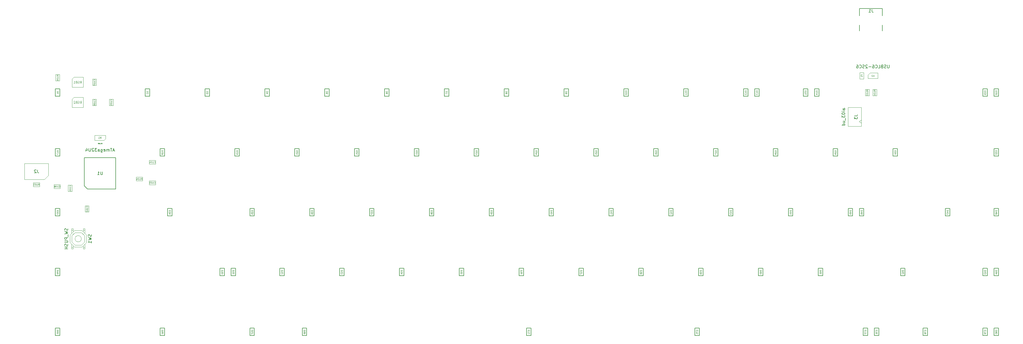
<source format=gbr>
%TF.GenerationSoftware,KiCad,Pcbnew,(5.99.0-12740-g895f4ca989)*%
%TF.CreationDate,2021-10-23T17:36:28+02:00*%
%TF.ProjectId,mamooth,6d616d6f-6f74-4682-9e6b-696361645f70,rev?*%
%TF.SameCoordinates,Original*%
%TF.FileFunction,AssemblyDrawing,Bot*%
%FSLAX46Y46*%
G04 Gerber Fmt 4.6, Leading zero omitted, Abs format (unit mm)*
G04 Created by KiCad (PCBNEW (5.99.0-12740-g895f4ca989)) date 2021-10-23 17:36:28*
%MOMM*%
%LPD*%
G01*
G04 APERTURE LIST*
%ADD10C,0.125000*%
%ADD11C,0.150000*%
%ADD12C,0.075000*%
%ADD13C,0.100000*%
%ADD14C,0.030000*%
%ADD15C,0.080000*%
%ADD16C,0.120000*%
G04 APERTURE END LIST*
D10*
%TO.C,D7*%
X141315371Y-10346586D02*
X140815371Y-10346586D01*
X140815371Y-10465634D01*
X140839181Y-10537062D01*
X140886800Y-10584681D01*
X140934419Y-10608491D01*
X141029657Y-10632300D01*
X141101085Y-10632300D01*
X141196323Y-10608491D01*
X141243942Y-10584681D01*
X141291561Y-10537062D01*
X141315371Y-10465634D01*
X141315371Y-10346586D01*
X140815371Y-10798967D02*
X140815371Y-11132300D01*
X141315371Y-10918014D01*
%TO.C,D53*%
X107977843Y-67258539D02*
X107477843Y-67258539D01*
X107477843Y-67377586D01*
X107501653Y-67449015D01*
X107549272Y-67496634D01*
X107596891Y-67520443D01*
X107692129Y-67544253D01*
X107763557Y-67544253D01*
X107858795Y-67520443D01*
X107906414Y-67496634D01*
X107954033Y-67449015D01*
X107977843Y-67377586D01*
X107977843Y-67258539D01*
X107477843Y-67996634D02*
X107477843Y-67758539D01*
X107715938Y-67734729D01*
X107692129Y-67758539D01*
X107668319Y-67806158D01*
X107668319Y-67925205D01*
X107692129Y-67972824D01*
X107715938Y-67996634D01*
X107763557Y-68020443D01*
X107882605Y-68020443D01*
X107930224Y-67996634D01*
X107954033Y-67972824D01*
X107977843Y-67925205D01*
X107977843Y-67806158D01*
X107954033Y-67758539D01*
X107930224Y-67734729D01*
X107477843Y-68187110D02*
X107477843Y-68496634D01*
X107668319Y-68329967D01*
X107668319Y-68401396D01*
X107692129Y-68449015D01*
X107715938Y-68472824D01*
X107763557Y-68496634D01*
X107882605Y-68496634D01*
X107930224Y-68472824D01*
X107954033Y-68449015D01*
X107977843Y-68401396D01*
X107977843Y-68258539D01*
X107954033Y-68210920D01*
X107930224Y-68187110D01*
D11*
%TO.C,J3*%
X267934796Y-16192758D02*
X267410987Y-16192758D01*
X267315749Y-16145139D01*
X267268130Y-16049901D01*
X267268130Y-15859424D01*
X267315749Y-15764186D01*
X267887177Y-16192758D02*
X267934796Y-16097520D01*
X267934796Y-15859424D01*
X267887177Y-15764186D01*
X267791939Y-15716567D01*
X267696701Y-15716567D01*
X267601463Y-15764186D01*
X267553844Y-15859424D01*
X267553844Y-16097520D01*
X267506225Y-16192758D01*
X267934796Y-16668948D02*
X267268130Y-16668948D01*
X266934796Y-16668948D02*
X266982416Y-16621329D01*
X267030035Y-16668948D01*
X266982416Y-16716567D01*
X266934796Y-16668948D01*
X267030035Y-16668948D01*
X266934796Y-17335615D02*
X266934796Y-17430853D01*
X266982416Y-17526091D01*
X267030035Y-17573710D01*
X267125273Y-17621329D01*
X267315749Y-17668948D01*
X267553844Y-17668948D01*
X267744320Y-17621329D01*
X267839558Y-17573710D01*
X267887177Y-17526091D01*
X267934796Y-17430853D01*
X267934796Y-17335615D01*
X267887177Y-17240377D01*
X267839558Y-17192758D01*
X267744320Y-17145139D01*
X267553844Y-17097520D01*
X267315749Y-17097520D01*
X267125273Y-17145139D01*
X267030035Y-17192758D01*
X266982416Y-17240377D01*
X266934796Y-17335615D01*
X266934796Y-18002282D02*
X266934796Y-18621329D01*
X267315749Y-18287996D01*
X267315749Y-18430853D01*
X267363368Y-18526091D01*
X267410987Y-18573710D01*
X267506225Y-18621329D01*
X267744320Y-18621329D01*
X267839558Y-18573710D01*
X267887177Y-18526091D01*
X267934796Y-18430853D01*
X267934796Y-18145139D01*
X267887177Y-18049901D01*
X267839558Y-18002282D01*
X268030035Y-18811805D02*
X268030035Y-19573710D01*
X267268130Y-20240377D02*
X267934796Y-20240377D01*
X267268130Y-19811805D02*
X267791939Y-19811805D01*
X267887177Y-19859424D01*
X267934796Y-19954663D01*
X267934796Y-20097520D01*
X267887177Y-20192758D01*
X267839558Y-20240377D01*
X267934796Y-21145139D02*
X266934796Y-21145139D01*
X267887177Y-21145139D02*
X267934796Y-21049901D01*
X267934796Y-20859424D01*
X267887177Y-20764186D01*
X267839558Y-20716567D01*
X267744320Y-20668948D01*
X267458606Y-20668948D01*
X267363368Y-20716567D01*
X267315749Y-20764186D01*
X267268130Y-20859424D01*
X267268130Y-21049901D01*
X267315749Y-21145139D01*
X270914796Y-18121329D02*
X271629082Y-18121329D01*
X271771939Y-18073710D01*
X271867177Y-17978472D01*
X271914796Y-17835615D01*
X271914796Y-17740377D01*
X270914796Y-18502282D02*
X270914796Y-19121329D01*
X271295749Y-18787996D01*
X271295749Y-18930853D01*
X271343368Y-19026091D01*
X271390987Y-19073710D01*
X271486225Y-19121329D01*
X271724320Y-19121329D01*
X271819558Y-19073710D01*
X271867177Y-19026091D01*
X271914796Y-18930853D01*
X271914796Y-18645139D01*
X271867177Y-18549901D01*
X271819558Y-18502282D01*
D10*
%TO.C,D6*%
X122265355Y-10346586D02*
X121765355Y-10346586D01*
X121765355Y-10465634D01*
X121789165Y-10537062D01*
X121836784Y-10584681D01*
X121884403Y-10608491D01*
X121979641Y-10632300D01*
X122051069Y-10632300D01*
X122146307Y-10608491D01*
X122193926Y-10584681D01*
X122241545Y-10537062D01*
X122265355Y-10465634D01*
X122265355Y-10346586D01*
X121765355Y-11060872D02*
X121765355Y-10965634D01*
X121789165Y-10918014D01*
X121812974Y-10894205D01*
X121884403Y-10846586D01*
X121979641Y-10822776D01*
X122170117Y-10822776D01*
X122217736Y-10846586D01*
X122241545Y-10870395D01*
X122265355Y-10918014D01*
X122265355Y-11013253D01*
X122241545Y-11060872D01*
X122217736Y-11084681D01*
X122170117Y-11108491D01*
X122051069Y-11108491D01*
X122003450Y-11084681D01*
X121979641Y-11060872D01*
X121955831Y-11013253D01*
X121955831Y-10918014D01*
X121979641Y-10870395D01*
X122003450Y-10846586D01*
X122051069Y-10822776D01*
%TO.C,D20*%
X93690331Y-29158507D02*
X93190331Y-29158507D01*
X93190331Y-29277554D01*
X93214141Y-29348983D01*
X93261760Y-29396602D01*
X93309379Y-29420411D01*
X93404617Y-29444221D01*
X93476045Y-29444221D01*
X93571283Y-29420411D01*
X93618902Y-29396602D01*
X93666521Y-29348983D01*
X93690331Y-29277554D01*
X93690331Y-29158507D01*
X93237950Y-29634697D02*
X93214141Y-29658507D01*
X93190331Y-29706126D01*
X93190331Y-29825173D01*
X93214141Y-29872792D01*
X93237950Y-29896602D01*
X93285569Y-29920411D01*
X93333188Y-29920411D01*
X93404617Y-29896602D01*
X93690331Y-29610888D01*
X93690331Y-29920411D01*
X93190331Y-30229935D02*
X93190331Y-30277554D01*
X93214141Y-30325173D01*
X93237950Y-30348983D01*
X93285569Y-30372792D01*
X93380807Y-30396602D01*
X93499855Y-30396602D01*
X93595093Y-30372792D01*
X93642712Y-30348983D01*
X93666521Y-30325173D01*
X93690331Y-30277554D01*
X93690331Y-30229935D01*
X93666521Y-30182316D01*
X93642712Y-30158507D01*
X93595093Y-30134697D01*
X93499855Y-30110888D01*
X93380807Y-30110888D01*
X93285569Y-30134697D01*
X93237950Y-30158507D01*
X93214141Y-30182316D01*
X93190331Y-30229935D01*
%TO.C,D16*%
X316337393Y-10108491D02*
X315837393Y-10108491D01*
X315837393Y-10227538D01*
X315861203Y-10298967D01*
X315908822Y-10346586D01*
X315956441Y-10370395D01*
X316051679Y-10394205D01*
X316123107Y-10394205D01*
X316218345Y-10370395D01*
X316265964Y-10346586D01*
X316313583Y-10298967D01*
X316337393Y-10227538D01*
X316337393Y-10108491D01*
X316337393Y-10870395D02*
X316337393Y-10584681D01*
X316337393Y-10727538D02*
X315837393Y-10727538D01*
X315908822Y-10679919D01*
X315956441Y-10632300D01*
X315980250Y-10584681D01*
X315837393Y-11298967D02*
X315837393Y-11203729D01*
X315861203Y-11156110D01*
X315885012Y-11132300D01*
X315956441Y-11084681D01*
X316051679Y-11060872D01*
X316242155Y-11060872D01*
X316289774Y-11084681D01*
X316313583Y-11108491D01*
X316337393Y-11156110D01*
X316337393Y-11251348D01*
X316313583Y-11298967D01*
X316289774Y-11322776D01*
X316242155Y-11346586D01*
X316123107Y-11346586D01*
X316075488Y-11322776D01*
X316051679Y-11298967D01*
X316027869Y-11251348D01*
X316027869Y-11156110D01*
X316051679Y-11108491D01*
X316075488Y-11084681D01*
X316123107Y-11060872D01*
%TO.C,D26*%
X207990427Y-29158507D02*
X207490427Y-29158507D01*
X207490427Y-29277554D01*
X207514237Y-29348983D01*
X207561856Y-29396602D01*
X207609475Y-29420411D01*
X207704713Y-29444221D01*
X207776141Y-29444221D01*
X207871379Y-29420411D01*
X207918998Y-29396602D01*
X207966617Y-29348983D01*
X207990427Y-29277554D01*
X207990427Y-29158507D01*
X207538046Y-29634697D02*
X207514237Y-29658507D01*
X207490427Y-29706126D01*
X207490427Y-29825173D01*
X207514237Y-29872792D01*
X207538046Y-29896602D01*
X207585665Y-29920411D01*
X207633284Y-29920411D01*
X207704713Y-29896602D01*
X207990427Y-29610888D01*
X207990427Y-29920411D01*
X207490427Y-30348983D02*
X207490427Y-30253745D01*
X207514237Y-30206126D01*
X207538046Y-30182316D01*
X207609475Y-30134697D01*
X207704713Y-30110888D01*
X207895189Y-30110888D01*
X207942808Y-30134697D01*
X207966617Y-30158507D01*
X207990427Y-30206126D01*
X207990427Y-30301364D01*
X207966617Y-30348983D01*
X207942808Y-30372792D01*
X207895189Y-30396602D01*
X207776141Y-30396602D01*
X207728522Y-30372792D01*
X207704713Y-30348983D01*
X207680903Y-30301364D01*
X207680903Y-30206126D01*
X207704713Y-30158507D01*
X207728522Y-30134697D01*
X207776141Y-30110888D01*
%TO.C,D42*%
X212752931Y-48208523D02*
X212252931Y-48208523D01*
X212252931Y-48327570D01*
X212276741Y-48398999D01*
X212324360Y-48446618D01*
X212371979Y-48470427D01*
X212467217Y-48494237D01*
X212538645Y-48494237D01*
X212633883Y-48470427D01*
X212681502Y-48446618D01*
X212729121Y-48398999D01*
X212752931Y-48327570D01*
X212752931Y-48208523D01*
X212419598Y-48922808D02*
X212752931Y-48922808D01*
X212229121Y-48803761D02*
X212586264Y-48684713D01*
X212586264Y-48994237D01*
X212300550Y-49160904D02*
X212276741Y-49184713D01*
X212252931Y-49232332D01*
X212252931Y-49351380D01*
X212276741Y-49398999D01*
X212300550Y-49422808D01*
X212348169Y-49446618D01*
X212395788Y-49446618D01*
X212467217Y-49422808D01*
X212752931Y-49137094D01*
X212752931Y-49446618D01*
%TO.C,D78*%
X293715499Y-86308555D02*
X293215499Y-86308555D01*
X293215499Y-86427602D01*
X293239309Y-86499031D01*
X293286928Y-86546650D01*
X293334547Y-86570459D01*
X293429785Y-86594269D01*
X293501213Y-86594269D01*
X293596451Y-86570459D01*
X293644070Y-86546650D01*
X293691689Y-86499031D01*
X293715499Y-86427602D01*
X293715499Y-86308555D01*
X293215499Y-86760936D02*
X293215499Y-87094269D01*
X293715499Y-86879983D01*
X293429785Y-87356174D02*
X293405975Y-87308555D01*
X293382166Y-87284745D01*
X293334547Y-87260936D01*
X293310737Y-87260936D01*
X293263118Y-87284745D01*
X293239309Y-87308555D01*
X293215499Y-87356174D01*
X293215499Y-87451412D01*
X293239309Y-87499031D01*
X293263118Y-87522840D01*
X293310737Y-87546650D01*
X293334547Y-87546650D01*
X293382166Y-87522840D01*
X293405975Y-87499031D01*
X293429785Y-87451412D01*
X293429785Y-87356174D01*
X293453594Y-87308555D01*
X293477404Y-87284745D01*
X293525023Y-87260936D01*
X293620261Y-87260936D01*
X293667880Y-87284745D01*
X293691689Y-87308555D01*
X293715499Y-87356174D01*
X293715499Y-87451412D01*
X293691689Y-87499031D01*
X293667880Y-87522840D01*
X293620261Y-87546650D01*
X293525023Y-87546650D01*
X293477404Y-87522840D01*
X293453594Y-87499031D01*
X293429785Y-87451412D01*
D12*
%TO.C,R102*%
X275260796Y-10156110D02*
X275022701Y-9989443D01*
X275260796Y-9870395D02*
X274760796Y-9870395D01*
X274760796Y-10060872D01*
X274784606Y-10108491D01*
X274808415Y-10132300D01*
X274856034Y-10156110D01*
X274927463Y-10156110D01*
X274975082Y-10132300D01*
X274998891Y-10108491D01*
X275022701Y-10060872D01*
X275022701Y-9870395D01*
X275260796Y-10632300D02*
X275260796Y-10346586D01*
X275260796Y-10489443D02*
X274760796Y-10489443D01*
X274832225Y-10441824D01*
X274879844Y-10394205D01*
X274903653Y-10346586D01*
X274760796Y-10941824D02*
X274760796Y-10989443D01*
X274784606Y-11037062D01*
X274808415Y-11060872D01*
X274856034Y-11084681D01*
X274951272Y-11108491D01*
X275070320Y-11108491D01*
X275165558Y-11084681D01*
X275213177Y-11060872D01*
X275236986Y-11037062D01*
X275260796Y-10989443D01*
X275260796Y-10941824D01*
X275236986Y-10894205D01*
X275213177Y-10870395D01*
X275165558Y-10846586D01*
X275070320Y-10822776D01*
X274951272Y-10822776D01*
X274856034Y-10846586D01*
X274808415Y-10870395D01*
X274784606Y-10894205D01*
X274760796Y-10941824D01*
X274808415Y-11298967D02*
X274784606Y-11322776D01*
X274760796Y-11370395D01*
X274760796Y-11489443D01*
X274784606Y-11537062D01*
X274808415Y-11560872D01*
X274856034Y-11584681D01*
X274903653Y-11584681D01*
X274975082Y-11560872D01*
X275260796Y-11275157D01*
X275260796Y-11584681D01*
D10*
%TO.C,D75*%
X221087313Y-86308555D02*
X220587313Y-86308555D01*
X220587313Y-86427602D01*
X220611123Y-86499031D01*
X220658742Y-86546650D01*
X220706361Y-86570459D01*
X220801599Y-86594269D01*
X220873027Y-86594269D01*
X220968265Y-86570459D01*
X221015884Y-86546650D01*
X221063503Y-86499031D01*
X221087313Y-86427602D01*
X221087313Y-86308555D01*
X220587313Y-86760936D02*
X220587313Y-87094269D01*
X221087313Y-86879983D01*
X220587313Y-87522840D02*
X220587313Y-87284745D01*
X220825408Y-87260936D01*
X220801599Y-87284745D01*
X220777789Y-87332364D01*
X220777789Y-87451412D01*
X220801599Y-87499031D01*
X220825408Y-87522840D01*
X220873027Y-87546650D01*
X220992075Y-87546650D01*
X221039694Y-87522840D01*
X221063503Y-87499031D01*
X221087313Y-87451412D01*
X221087313Y-87332364D01*
X221063503Y-87284745D01*
X221039694Y-87260936D01*
%TO.C,D15*%
X312765515Y-10108491D02*
X312265515Y-10108491D01*
X312265515Y-10227538D01*
X312289325Y-10298967D01*
X312336944Y-10346586D01*
X312384563Y-10370395D01*
X312479801Y-10394205D01*
X312551229Y-10394205D01*
X312646467Y-10370395D01*
X312694086Y-10346586D01*
X312741705Y-10298967D01*
X312765515Y-10227538D01*
X312765515Y-10108491D01*
X312765515Y-10870395D02*
X312765515Y-10584681D01*
X312765515Y-10727538D02*
X312265515Y-10727538D01*
X312336944Y-10679919D01*
X312384563Y-10632300D01*
X312408372Y-10584681D01*
X312265515Y-11322776D02*
X312265515Y-11084681D01*
X312503610Y-11060872D01*
X312479801Y-11084681D01*
X312455991Y-11132300D01*
X312455991Y-11251348D01*
X312479801Y-11298967D01*
X312503610Y-11322776D01*
X312551229Y-11346586D01*
X312670277Y-11346586D01*
X312717896Y-11322776D01*
X312741705Y-11298967D01*
X312765515Y-11251348D01*
X312765515Y-11132300D01*
X312741705Y-11084681D01*
X312717896Y-11060872D01*
%TO.C,D31*%
X255615467Y-10108491D02*
X255115467Y-10108491D01*
X255115467Y-10227538D01*
X255139277Y-10298967D01*
X255186896Y-10346586D01*
X255234515Y-10370395D01*
X255329753Y-10394205D01*
X255401181Y-10394205D01*
X255496419Y-10370395D01*
X255544038Y-10346586D01*
X255591657Y-10298967D01*
X255615467Y-10227538D01*
X255615467Y-10108491D01*
X255115467Y-10560872D02*
X255115467Y-10870395D01*
X255305943Y-10703729D01*
X255305943Y-10775157D01*
X255329753Y-10822776D01*
X255353562Y-10846586D01*
X255401181Y-10870395D01*
X255520229Y-10870395D01*
X255567848Y-10846586D01*
X255591657Y-10822776D01*
X255615467Y-10775157D01*
X255615467Y-10632300D01*
X255591657Y-10584681D01*
X255567848Y-10560872D01*
X255615467Y-11346586D02*
X255615467Y-11060872D01*
X255615467Y-11203729D02*
X255115467Y-11203729D01*
X255186896Y-11156110D01*
X255234515Y-11108491D01*
X255258324Y-11060872D01*
%TO.C,D76*%
X278237361Y-86308555D02*
X277737361Y-86308555D01*
X277737361Y-86427602D01*
X277761171Y-86499031D01*
X277808790Y-86546650D01*
X277856409Y-86570459D01*
X277951647Y-86594269D01*
X278023075Y-86594269D01*
X278118313Y-86570459D01*
X278165932Y-86546650D01*
X278213551Y-86499031D01*
X278237361Y-86427602D01*
X278237361Y-86308555D01*
X277737361Y-86760936D02*
X277737361Y-87094269D01*
X278237361Y-86879983D01*
X277737361Y-87499031D02*
X277737361Y-87403793D01*
X277761171Y-87356174D01*
X277784980Y-87332364D01*
X277856409Y-87284745D01*
X277951647Y-87260936D01*
X278142123Y-87260936D01*
X278189742Y-87284745D01*
X278213551Y-87308555D01*
X278237361Y-87356174D01*
X278237361Y-87451412D01*
X278213551Y-87499031D01*
X278189742Y-87522840D01*
X278142123Y-87546650D01*
X278023075Y-87546650D01*
X277975456Y-87522840D01*
X277951647Y-87499031D01*
X277927837Y-87451412D01*
X277927837Y-87356174D01*
X277951647Y-87308555D01*
X277975456Y-87284745D01*
X278023075Y-87260936D01*
%TO.C,D72*%
X167509143Y-86308555D02*
X167009143Y-86308555D01*
X167009143Y-86427602D01*
X167032953Y-86499031D01*
X167080572Y-86546650D01*
X167128191Y-86570459D01*
X167223429Y-86594269D01*
X167294857Y-86594269D01*
X167390095Y-86570459D01*
X167437714Y-86546650D01*
X167485333Y-86499031D01*
X167509143Y-86427602D01*
X167509143Y-86308555D01*
X167009143Y-86760936D02*
X167009143Y-87094269D01*
X167509143Y-86879983D01*
X167056762Y-87260936D02*
X167032953Y-87284745D01*
X167009143Y-87332364D01*
X167009143Y-87451412D01*
X167032953Y-87499031D01*
X167056762Y-87522840D01*
X167104381Y-87546650D01*
X167152000Y-87546650D01*
X167223429Y-87522840D01*
X167509143Y-87237126D01*
X167509143Y-87546650D01*
%TO.C,D66*%
X50827795Y-86308555D02*
X50327795Y-86308555D01*
X50327795Y-86427602D01*
X50351605Y-86499031D01*
X50399224Y-86546650D01*
X50446843Y-86570459D01*
X50542081Y-86594269D01*
X50613509Y-86594269D01*
X50708747Y-86570459D01*
X50756366Y-86546650D01*
X50803985Y-86499031D01*
X50827795Y-86427602D01*
X50827795Y-86308555D01*
X50327795Y-87022840D02*
X50327795Y-86927602D01*
X50351605Y-86879983D01*
X50375414Y-86856174D01*
X50446843Y-86808555D01*
X50542081Y-86784745D01*
X50732557Y-86784745D01*
X50780176Y-86808555D01*
X50803985Y-86832364D01*
X50827795Y-86879983D01*
X50827795Y-86975221D01*
X50803985Y-87022840D01*
X50780176Y-87046650D01*
X50732557Y-87070459D01*
X50613509Y-87070459D01*
X50565890Y-87046650D01*
X50542081Y-87022840D01*
X50518271Y-86975221D01*
X50518271Y-86879983D01*
X50542081Y-86832364D01*
X50565890Y-86808555D01*
X50613509Y-86784745D01*
X50327795Y-87499031D02*
X50327795Y-87403793D01*
X50351605Y-87356174D01*
X50375414Y-87332364D01*
X50446843Y-87284745D01*
X50542081Y-87260936D01*
X50732557Y-87260936D01*
X50780176Y-87284745D01*
X50803985Y-87308555D01*
X50827795Y-87356174D01*
X50827795Y-87451412D01*
X50803985Y-87499031D01*
X50780176Y-87522840D01*
X50732557Y-87546650D01*
X50613509Y-87546650D01*
X50565890Y-87522840D01*
X50542081Y-87499031D01*
X50518271Y-87451412D01*
X50518271Y-87356174D01*
X50542081Y-87308555D01*
X50565890Y-87284745D01*
X50613509Y-87260936D01*
%TO.C,D68*%
X96071583Y-86308555D02*
X95571583Y-86308555D01*
X95571583Y-86427602D01*
X95595393Y-86499031D01*
X95643012Y-86546650D01*
X95690631Y-86570459D01*
X95785869Y-86594269D01*
X95857297Y-86594269D01*
X95952535Y-86570459D01*
X96000154Y-86546650D01*
X96047773Y-86499031D01*
X96071583Y-86427602D01*
X96071583Y-86308555D01*
X95571583Y-87022840D02*
X95571583Y-86927602D01*
X95595393Y-86879983D01*
X95619202Y-86856174D01*
X95690631Y-86808555D01*
X95785869Y-86784745D01*
X95976345Y-86784745D01*
X96023964Y-86808555D01*
X96047773Y-86832364D01*
X96071583Y-86879983D01*
X96071583Y-86975221D01*
X96047773Y-87022840D01*
X96023964Y-87046650D01*
X95976345Y-87070459D01*
X95857297Y-87070459D01*
X95809678Y-87046650D01*
X95785869Y-87022840D01*
X95762059Y-86975221D01*
X95762059Y-86879983D01*
X95785869Y-86832364D01*
X95809678Y-86808555D01*
X95857297Y-86784745D01*
X95785869Y-87356174D02*
X95762059Y-87308555D01*
X95738250Y-87284745D01*
X95690631Y-87260936D01*
X95666821Y-87260936D01*
X95619202Y-87284745D01*
X95595393Y-87308555D01*
X95571583Y-87356174D01*
X95571583Y-87451412D01*
X95595393Y-87499031D01*
X95619202Y-87522840D01*
X95666821Y-87546650D01*
X95690631Y-87546650D01*
X95738250Y-87522840D01*
X95762059Y-87499031D01*
X95785869Y-87451412D01*
X95785869Y-87356174D01*
X95809678Y-87308555D01*
X95833488Y-87284745D01*
X95881107Y-87260936D01*
X95976345Y-87260936D01*
X96023964Y-87284745D01*
X96047773Y-87308555D01*
X96071583Y-87356174D01*
X96071583Y-87451412D01*
X96047773Y-87499031D01*
X96023964Y-87522840D01*
X95976345Y-87546650D01*
X95881107Y-87546650D01*
X95833488Y-87522840D01*
X95809678Y-87499031D01*
X95785869Y-87451412D01*
%TO.C,D41*%
X193702915Y-48208523D02*
X193202915Y-48208523D01*
X193202915Y-48327570D01*
X193226725Y-48398999D01*
X193274344Y-48446618D01*
X193321963Y-48470427D01*
X193417201Y-48494237D01*
X193488629Y-48494237D01*
X193583867Y-48470427D01*
X193631486Y-48446618D01*
X193679105Y-48398999D01*
X193702915Y-48327570D01*
X193702915Y-48208523D01*
X193369582Y-48922808D02*
X193702915Y-48922808D01*
X193179105Y-48803761D02*
X193536248Y-48684713D01*
X193536248Y-48994237D01*
X193702915Y-49446618D02*
X193702915Y-49160904D01*
X193702915Y-49303761D02*
X193202915Y-49303761D01*
X193274344Y-49256142D01*
X193321963Y-49208523D01*
X193345772Y-49160904D01*
%TO.C,D65*%
X17490267Y-86308555D02*
X16990267Y-86308555D01*
X16990267Y-86427602D01*
X17014077Y-86499031D01*
X17061696Y-86546650D01*
X17109315Y-86570459D01*
X17204553Y-86594269D01*
X17275981Y-86594269D01*
X17371219Y-86570459D01*
X17418838Y-86546650D01*
X17466457Y-86499031D01*
X17490267Y-86427602D01*
X17490267Y-86308555D01*
X16990267Y-87022840D02*
X16990267Y-86927602D01*
X17014077Y-86879983D01*
X17037886Y-86856174D01*
X17109315Y-86808555D01*
X17204553Y-86784745D01*
X17395029Y-86784745D01*
X17442648Y-86808555D01*
X17466457Y-86832364D01*
X17490267Y-86879983D01*
X17490267Y-86975221D01*
X17466457Y-87022840D01*
X17442648Y-87046650D01*
X17395029Y-87070459D01*
X17275981Y-87070459D01*
X17228362Y-87046650D01*
X17204553Y-87022840D01*
X17180743Y-86975221D01*
X17180743Y-86879983D01*
X17204553Y-86832364D01*
X17228362Y-86808555D01*
X17275981Y-86784745D01*
X16990267Y-87522840D02*
X16990267Y-87284745D01*
X17228362Y-87260936D01*
X17204553Y-87284745D01*
X17180743Y-87332364D01*
X17180743Y-87451412D01*
X17204553Y-87499031D01*
X17228362Y-87522840D01*
X17275981Y-87546650D01*
X17395029Y-87546650D01*
X17442648Y-87522840D01*
X17466457Y-87499031D01*
X17490267Y-87451412D01*
X17490267Y-87332364D01*
X17466457Y-87284745D01*
X17442648Y-87260936D01*
D12*
%TO.C,F1*%
X273212952Y-5191150D02*
X273212952Y-5024483D01*
X273474857Y-5024483D02*
X272974857Y-5024483D01*
X272974857Y-5262578D01*
X273474857Y-5714959D02*
X273474857Y-5429245D01*
X273474857Y-5572102D02*
X272974857Y-5572102D01*
X273046286Y-5524483D01*
X273093905Y-5476864D01*
X273117714Y-5429245D01*
D10*
%TO.C,D11*%
X217515435Y-10108491D02*
X217015435Y-10108491D01*
X217015435Y-10227538D01*
X217039245Y-10298967D01*
X217086864Y-10346586D01*
X217134483Y-10370395D01*
X217229721Y-10394205D01*
X217301149Y-10394205D01*
X217396387Y-10370395D01*
X217444006Y-10346586D01*
X217491625Y-10298967D01*
X217515435Y-10227538D01*
X217515435Y-10108491D01*
X217515435Y-10870395D02*
X217515435Y-10584681D01*
X217515435Y-10727538D02*
X217015435Y-10727538D01*
X217086864Y-10679919D01*
X217134483Y-10632300D01*
X217158292Y-10584681D01*
X217515435Y-11346586D02*
X217515435Y-11060872D01*
X217515435Y-11203729D02*
X217015435Y-11203729D01*
X217086864Y-11156110D01*
X217134483Y-11108491D01*
X217158292Y-11060872D01*
%TO.C,D49*%
X17490267Y-67258539D02*
X16990267Y-67258539D01*
X16990267Y-67377586D01*
X17014077Y-67449015D01*
X17061696Y-67496634D01*
X17109315Y-67520443D01*
X17204553Y-67544253D01*
X17275981Y-67544253D01*
X17371219Y-67520443D01*
X17418838Y-67496634D01*
X17466457Y-67449015D01*
X17490267Y-67377586D01*
X17490267Y-67258539D01*
X17156934Y-67972824D02*
X17490267Y-67972824D01*
X16966457Y-67853777D02*
X17323600Y-67734729D01*
X17323600Y-68044253D01*
X17490267Y-68258539D02*
X17490267Y-68353777D01*
X17466457Y-68401396D01*
X17442648Y-68425205D01*
X17371219Y-68472824D01*
X17275981Y-68496634D01*
X17085505Y-68496634D01*
X17037886Y-68472824D01*
X17014077Y-68449015D01*
X16990267Y-68401396D01*
X16990267Y-68306158D01*
X17014077Y-68258539D01*
X17037886Y-68234729D01*
X17085505Y-68210920D01*
X17204553Y-68210920D01*
X17252172Y-68234729D01*
X17275981Y-68258539D01*
X17299791Y-68306158D01*
X17299791Y-68401396D01*
X17275981Y-68449015D01*
X17252172Y-68472824D01*
X17204553Y-68496634D01*
%TO.C,D9*%
X179415403Y-10346586D02*
X178915403Y-10346586D01*
X178915403Y-10465634D01*
X178939213Y-10537062D01*
X178986832Y-10584681D01*
X179034451Y-10608491D01*
X179129689Y-10632300D01*
X179201117Y-10632300D01*
X179296355Y-10608491D01*
X179343974Y-10584681D01*
X179391593Y-10537062D01*
X179415403Y-10465634D01*
X179415403Y-10346586D01*
X179415403Y-10870395D02*
X179415403Y-10965634D01*
X179391593Y-11013253D01*
X179367784Y-11037062D01*
X179296355Y-11084681D01*
X179201117Y-11108491D01*
X179010641Y-11108491D01*
X178963022Y-11084681D01*
X178939213Y-11060872D01*
X178915403Y-11013253D01*
X178915403Y-10918014D01*
X178939213Y-10870395D01*
X178963022Y-10846586D01*
X179010641Y-10822776D01*
X179129689Y-10822776D01*
X179177308Y-10846586D01*
X179201117Y-10870395D01*
X179224927Y-10918014D01*
X179224927Y-11013253D01*
X179201117Y-11060872D01*
X179177308Y-11084681D01*
X179129689Y-11108491D01*
%TO.C,C101*%
X21422319Y-40649874D02*
X21446128Y-40626064D01*
X21469938Y-40554636D01*
X21469938Y-40507017D01*
X21446128Y-40435588D01*
X21398509Y-40387969D01*
X21350890Y-40364159D01*
X21255652Y-40340350D01*
X21184224Y-40340350D01*
X21088986Y-40364159D01*
X21041367Y-40387969D01*
X20993748Y-40435588D01*
X20969938Y-40507017D01*
X20969938Y-40554636D01*
X20993748Y-40626064D01*
X21017557Y-40649874D01*
X21469938Y-41126064D02*
X21469938Y-40840350D01*
X21469938Y-40983207D02*
X20969938Y-40983207D01*
X21041367Y-40935588D01*
X21088986Y-40887969D01*
X21112795Y-40840350D01*
X20969938Y-41435588D02*
X20969938Y-41483207D01*
X20993748Y-41530826D01*
X21017557Y-41554636D01*
X21065176Y-41578445D01*
X21160414Y-41602255D01*
X21279462Y-41602255D01*
X21374700Y-41578445D01*
X21422319Y-41554636D01*
X21446128Y-41530826D01*
X21469938Y-41483207D01*
X21469938Y-41435588D01*
X21446128Y-41387969D01*
X21422319Y-41364159D01*
X21374700Y-41340350D01*
X21279462Y-41316540D01*
X21160414Y-41316540D01*
X21065176Y-41340350D01*
X21017557Y-41364159D01*
X20993748Y-41387969D01*
X20969938Y-41435588D01*
X21469938Y-42078445D02*
X21469938Y-41792731D01*
X21469938Y-41935588D02*
X20969938Y-41935588D01*
X21041367Y-41887969D01*
X21088986Y-41840350D01*
X21112795Y-41792731D01*
%TO.C,D5*%
X103215339Y-10346586D02*
X102715339Y-10346586D01*
X102715339Y-10465634D01*
X102739149Y-10537062D01*
X102786768Y-10584681D01*
X102834387Y-10608491D01*
X102929625Y-10632300D01*
X103001053Y-10632300D01*
X103096291Y-10608491D01*
X103143910Y-10584681D01*
X103191529Y-10537062D01*
X103215339Y-10465634D01*
X103215339Y-10346586D01*
X102715339Y-11084681D02*
X102715339Y-10846586D01*
X102953434Y-10822776D01*
X102929625Y-10846586D01*
X102905815Y-10894205D01*
X102905815Y-11013253D01*
X102929625Y-11060872D01*
X102953434Y-11084681D01*
X103001053Y-11108491D01*
X103120101Y-11108491D01*
X103167720Y-11084681D01*
X103191529Y-11060872D01*
X103215339Y-11013253D01*
X103215339Y-10894205D01*
X103191529Y-10846586D01*
X103167720Y-10822776D01*
%TO.C,D47*%
X300859255Y-48208523D02*
X300359255Y-48208523D01*
X300359255Y-48327570D01*
X300383065Y-48398999D01*
X300430684Y-48446618D01*
X300478303Y-48470427D01*
X300573541Y-48494237D01*
X300644969Y-48494237D01*
X300740207Y-48470427D01*
X300787826Y-48446618D01*
X300835445Y-48398999D01*
X300859255Y-48327570D01*
X300859255Y-48208523D01*
X300525922Y-48922808D02*
X300859255Y-48922808D01*
X300335445Y-48803761D02*
X300692588Y-48684713D01*
X300692588Y-48994237D01*
X300359255Y-49137094D02*
X300359255Y-49470427D01*
X300859255Y-49256142D01*
D11*
%TO.C,U1*%
X31530660Y-35899274D02*
X31530660Y-36708798D01*
X31483041Y-36804036D01*
X31435422Y-36851655D01*
X31340184Y-36899274D01*
X31149708Y-36899274D01*
X31054470Y-36851655D01*
X31006851Y-36804036D01*
X30959232Y-36708798D01*
X30959232Y-35899274D01*
X29959232Y-36899274D02*
X30530660Y-36899274D01*
X30244946Y-36899274D02*
X30244946Y-35899274D01*
X30340184Y-36042132D01*
X30435422Y-36137370D01*
X30530660Y-36184989D01*
X35340184Y-29163559D02*
X34863994Y-29163559D01*
X35435422Y-29449273D02*
X35102089Y-28449273D01*
X34768756Y-29449273D01*
X34578279Y-28449273D02*
X34006851Y-28449273D01*
X34292565Y-29449273D02*
X34292565Y-28449273D01*
X33673517Y-29449273D02*
X33673517Y-28782607D01*
X33673517Y-28877845D02*
X33625898Y-28830226D01*
X33530660Y-28782607D01*
X33387803Y-28782607D01*
X33292565Y-28830226D01*
X33244946Y-28925464D01*
X33244946Y-29449273D01*
X33244946Y-28925464D02*
X33197327Y-28830226D01*
X33102089Y-28782607D01*
X32959232Y-28782607D01*
X32863994Y-28830226D01*
X32816375Y-28925464D01*
X32816375Y-29449273D01*
X31959232Y-29401654D02*
X32054470Y-29449273D01*
X32244946Y-29449273D01*
X32340184Y-29401654D01*
X32387803Y-29306416D01*
X32387803Y-28925464D01*
X32340184Y-28830226D01*
X32244946Y-28782607D01*
X32054470Y-28782607D01*
X31959232Y-28830226D01*
X31911613Y-28925464D01*
X31911613Y-29020702D01*
X32387803Y-29115940D01*
X31054470Y-28782607D02*
X31054470Y-29592131D01*
X31102089Y-29687369D01*
X31149708Y-29734988D01*
X31244946Y-29782607D01*
X31387803Y-29782607D01*
X31483041Y-29734988D01*
X31054470Y-29401654D02*
X31149708Y-29449273D01*
X31340184Y-29449273D01*
X31435422Y-29401654D01*
X31483041Y-29354035D01*
X31530660Y-29258797D01*
X31530660Y-28973083D01*
X31483041Y-28877845D01*
X31435422Y-28830226D01*
X31340184Y-28782607D01*
X31149708Y-28782607D01*
X31054470Y-28830226D01*
X30149708Y-29449273D02*
X30149708Y-28925464D01*
X30197327Y-28830226D01*
X30292565Y-28782607D01*
X30483041Y-28782607D01*
X30578279Y-28830226D01*
X30149708Y-29401654D02*
X30244946Y-29449273D01*
X30483041Y-29449273D01*
X30578279Y-29401654D01*
X30625898Y-29306416D01*
X30625898Y-29211178D01*
X30578279Y-29115940D01*
X30483041Y-29068321D01*
X30244946Y-29068321D01*
X30149708Y-29020702D01*
X29768756Y-28449273D02*
X29149708Y-28449273D01*
X29483041Y-28830226D01*
X29340184Y-28830226D01*
X29244946Y-28877845D01*
X29197327Y-28925464D01*
X29149708Y-29020702D01*
X29149708Y-29258797D01*
X29197327Y-29354035D01*
X29244946Y-29401654D01*
X29340184Y-29449273D01*
X29625898Y-29449273D01*
X29721136Y-29401654D01*
X29768756Y-29354035D01*
X28768756Y-28544512D02*
X28721136Y-28496893D01*
X28625898Y-28449273D01*
X28387803Y-28449273D01*
X28292565Y-28496893D01*
X28244946Y-28544512D01*
X28197327Y-28639750D01*
X28197327Y-28734988D01*
X28244946Y-28877845D01*
X28816375Y-29449273D01*
X28197327Y-29449273D01*
X27768756Y-28449273D02*
X27768756Y-29258797D01*
X27721136Y-29354035D01*
X27673517Y-29401654D01*
X27578279Y-29449273D01*
X27387803Y-29449273D01*
X27292565Y-29401654D01*
X27244946Y-29354035D01*
X27197327Y-29258797D01*
X27197327Y-28449273D01*
X26292565Y-28782607D02*
X26292565Y-29449273D01*
X26530660Y-28401654D02*
X26768756Y-29115940D01*
X26149708Y-29115940D01*
D10*
%TO.C,D67*%
X79402819Y-86308555D02*
X78902819Y-86308555D01*
X78902819Y-86427602D01*
X78926629Y-86499031D01*
X78974248Y-86546650D01*
X79021867Y-86570459D01*
X79117105Y-86594269D01*
X79188533Y-86594269D01*
X79283771Y-86570459D01*
X79331390Y-86546650D01*
X79379009Y-86499031D01*
X79402819Y-86427602D01*
X79402819Y-86308555D01*
X78902819Y-87022840D02*
X78902819Y-86927602D01*
X78926629Y-86879983D01*
X78950438Y-86856174D01*
X79021867Y-86808555D01*
X79117105Y-86784745D01*
X79307581Y-86784745D01*
X79355200Y-86808555D01*
X79379009Y-86832364D01*
X79402819Y-86879983D01*
X79402819Y-86975221D01*
X79379009Y-87022840D01*
X79355200Y-87046650D01*
X79307581Y-87070459D01*
X79188533Y-87070459D01*
X79140914Y-87046650D01*
X79117105Y-87022840D01*
X79093295Y-86975221D01*
X79093295Y-86879983D01*
X79117105Y-86832364D01*
X79140914Y-86808555D01*
X79188533Y-86784745D01*
X78902819Y-87237126D02*
X78902819Y-87570459D01*
X79402819Y-87356174D01*
D11*
%TO.C,J2*%
X10861447Y-35303961D02*
X10861447Y-36018247D01*
X10909066Y-36161104D01*
X11004304Y-36256342D01*
X11147161Y-36303961D01*
X11242399Y-36303961D01*
X10432875Y-35399200D02*
X10385256Y-35351581D01*
X10290018Y-35303961D01*
X10051923Y-35303961D01*
X9956685Y-35351581D01*
X9909066Y-35399200D01*
X9861447Y-35494438D01*
X9861447Y-35589676D01*
X9909066Y-35732533D01*
X10480494Y-36303961D01*
X9861447Y-36303961D01*
D10*
%TO.C,D50*%
X69877811Y-67258539D02*
X69377811Y-67258539D01*
X69377811Y-67377586D01*
X69401621Y-67449015D01*
X69449240Y-67496634D01*
X69496859Y-67520443D01*
X69592097Y-67544253D01*
X69663525Y-67544253D01*
X69758763Y-67520443D01*
X69806382Y-67496634D01*
X69854001Y-67449015D01*
X69877811Y-67377586D01*
X69877811Y-67258539D01*
X69377811Y-67996634D02*
X69377811Y-67758539D01*
X69615906Y-67734729D01*
X69592097Y-67758539D01*
X69568287Y-67806158D01*
X69568287Y-67925205D01*
X69592097Y-67972824D01*
X69615906Y-67996634D01*
X69663525Y-68020443D01*
X69782573Y-68020443D01*
X69830192Y-67996634D01*
X69854001Y-67972824D01*
X69877811Y-67925205D01*
X69877811Y-67806158D01*
X69854001Y-67758539D01*
X69830192Y-67734729D01*
X69377811Y-68329967D02*
X69377811Y-68377586D01*
X69401621Y-68425205D01*
X69425430Y-68449015D01*
X69473049Y-68472824D01*
X69568287Y-68496634D01*
X69687335Y-68496634D01*
X69782573Y-68472824D01*
X69830192Y-68449015D01*
X69854001Y-68425205D01*
X69877811Y-68377586D01*
X69877811Y-68329967D01*
X69854001Y-68282348D01*
X69830192Y-68258539D01*
X69782573Y-68234729D01*
X69687335Y-68210920D01*
X69568287Y-68210920D01*
X69473049Y-68234729D01*
X69425430Y-68258539D01*
X69401621Y-68282348D01*
X69377811Y-68329967D01*
%TO.C,D48*%
X316337393Y-48208523D02*
X315837393Y-48208523D01*
X315837393Y-48327570D01*
X315861203Y-48398999D01*
X315908822Y-48446618D01*
X315956441Y-48470427D01*
X316051679Y-48494237D01*
X316123107Y-48494237D01*
X316218345Y-48470427D01*
X316265964Y-48446618D01*
X316313583Y-48398999D01*
X316337393Y-48327570D01*
X316337393Y-48208523D01*
X316004060Y-48922808D02*
X316337393Y-48922808D01*
X315813583Y-48803761D02*
X316170726Y-48684713D01*
X316170726Y-48994237D01*
X316051679Y-49256142D02*
X316027869Y-49208523D01*
X316004060Y-49184713D01*
X315956441Y-49160904D01*
X315932631Y-49160904D01*
X315885012Y-49184713D01*
X315861203Y-49208523D01*
X315837393Y-49256142D01*
X315837393Y-49351380D01*
X315861203Y-49398999D01*
X315885012Y-49422808D01*
X315932631Y-49446618D01*
X315956441Y-49446618D01*
X316004060Y-49422808D01*
X316027869Y-49398999D01*
X316051679Y-49351380D01*
X316051679Y-49256142D01*
X316075488Y-49208523D01*
X316099298Y-49184713D01*
X316146917Y-49160904D01*
X316242155Y-49160904D01*
X316289774Y-49184713D01*
X316313583Y-49208523D01*
X316337393Y-49256142D01*
X316337393Y-49351380D01*
X316313583Y-49398999D01*
X316289774Y-49422808D01*
X316242155Y-49446618D01*
X316146917Y-49446618D01*
X316099298Y-49422808D01*
X316075488Y-49398999D01*
X316051679Y-49351380D01*
%TO.C,D14*%
X259187345Y-10108491D02*
X258687345Y-10108491D01*
X258687345Y-10227538D01*
X258711155Y-10298967D01*
X258758774Y-10346586D01*
X258806393Y-10370395D01*
X258901631Y-10394205D01*
X258973059Y-10394205D01*
X259068297Y-10370395D01*
X259115916Y-10346586D01*
X259163535Y-10298967D01*
X259187345Y-10227538D01*
X259187345Y-10108491D01*
X259187345Y-10870395D02*
X259187345Y-10584681D01*
X259187345Y-10727538D02*
X258687345Y-10727538D01*
X258758774Y-10679919D01*
X258806393Y-10632300D01*
X258830202Y-10584681D01*
X258854012Y-11298967D02*
X259187345Y-11298967D01*
X258663535Y-11179919D02*
X259020678Y-11060872D01*
X259020678Y-11370395D01*
D11*
%TO.C,J1*%
X276558333Y15822619D02*
X276558333Y15108333D01*
X276605952Y14965476D01*
X276701190Y14870238D01*
X276844047Y14822619D01*
X276939285Y14822619D01*
X275558333Y14822619D02*
X276129761Y14822619D01*
X275844047Y14822619D02*
X275844047Y15822619D01*
X275939285Y15679761D01*
X276034523Y15584523D01*
X276129761Y15536904D01*
D10*
%TO.C,D4*%
X84165323Y-10346586D02*
X83665323Y-10346586D01*
X83665323Y-10465634D01*
X83689133Y-10537062D01*
X83736752Y-10584681D01*
X83784371Y-10608491D01*
X83879609Y-10632300D01*
X83951037Y-10632300D01*
X84046275Y-10608491D01*
X84093894Y-10584681D01*
X84141513Y-10537062D01*
X84165323Y-10465634D01*
X84165323Y-10346586D01*
X83831990Y-11060872D02*
X84165323Y-11060872D01*
X83641513Y-10941824D02*
X83998656Y-10822776D01*
X83998656Y-11132300D01*
%TO.C,D62*%
X286571743Y-67258539D02*
X286071743Y-67258539D01*
X286071743Y-67377586D01*
X286095553Y-67449015D01*
X286143172Y-67496634D01*
X286190791Y-67520443D01*
X286286029Y-67544253D01*
X286357457Y-67544253D01*
X286452695Y-67520443D01*
X286500314Y-67496634D01*
X286547933Y-67449015D01*
X286571743Y-67377586D01*
X286571743Y-67258539D01*
X286071743Y-67972824D02*
X286071743Y-67877586D01*
X286095553Y-67829967D01*
X286119362Y-67806158D01*
X286190791Y-67758539D01*
X286286029Y-67734729D01*
X286476505Y-67734729D01*
X286524124Y-67758539D01*
X286547933Y-67782348D01*
X286571743Y-67829967D01*
X286571743Y-67925205D01*
X286547933Y-67972824D01*
X286524124Y-67996634D01*
X286476505Y-68020443D01*
X286357457Y-68020443D01*
X286309838Y-67996634D01*
X286286029Y-67972824D01*
X286262219Y-67925205D01*
X286262219Y-67829967D01*
X286286029Y-67782348D01*
X286309838Y-67758539D01*
X286357457Y-67734729D01*
X286119362Y-68210920D02*
X286095553Y-68234729D01*
X286071743Y-68282348D01*
X286071743Y-68401396D01*
X286095553Y-68449015D01*
X286119362Y-68472824D01*
X286166981Y-68496634D01*
X286214600Y-68496634D01*
X286286029Y-68472824D01*
X286571743Y-68187110D01*
X286571743Y-68496634D01*
%TO.C,D79*%
X312765515Y-86308555D02*
X312265515Y-86308555D01*
X312265515Y-86427602D01*
X312289325Y-86499031D01*
X312336944Y-86546650D01*
X312384563Y-86570459D01*
X312479801Y-86594269D01*
X312551229Y-86594269D01*
X312646467Y-86570459D01*
X312694086Y-86546650D01*
X312741705Y-86499031D01*
X312765515Y-86427602D01*
X312765515Y-86308555D01*
X312265515Y-86760936D02*
X312265515Y-87094269D01*
X312765515Y-86879983D01*
X312765515Y-87308555D02*
X312765515Y-87403793D01*
X312741705Y-87451412D01*
X312717896Y-87475221D01*
X312646467Y-87522840D01*
X312551229Y-87546650D01*
X312360753Y-87546650D01*
X312313134Y-87522840D01*
X312289325Y-87499031D01*
X312265515Y-87451412D01*
X312265515Y-87356174D01*
X312289325Y-87308555D01*
X312313134Y-87284745D01*
X312360753Y-87260936D01*
X312479801Y-87260936D01*
X312527420Y-87284745D01*
X312551229Y-87308555D01*
X312575039Y-87356174D01*
X312575039Y-87451412D01*
X312551229Y-87499031D01*
X312527420Y-87522840D01*
X312479801Y-87546650D01*
%TO.C,D24*%
X169890395Y-29158507D02*
X169390395Y-29158507D01*
X169390395Y-29277554D01*
X169414205Y-29348983D01*
X169461824Y-29396602D01*
X169509443Y-29420411D01*
X169604681Y-29444221D01*
X169676109Y-29444221D01*
X169771347Y-29420411D01*
X169818966Y-29396602D01*
X169866585Y-29348983D01*
X169890395Y-29277554D01*
X169890395Y-29158507D01*
X169438014Y-29634697D02*
X169414205Y-29658507D01*
X169390395Y-29706126D01*
X169390395Y-29825173D01*
X169414205Y-29872792D01*
X169438014Y-29896602D01*
X169485633Y-29920411D01*
X169533252Y-29920411D01*
X169604681Y-29896602D01*
X169890395Y-29610888D01*
X169890395Y-29920411D01*
X169557062Y-30348983D02*
X169890395Y-30348983D01*
X169366585Y-30229935D02*
X169723728Y-30110888D01*
X169723728Y-30420411D01*
D12*
%TO.C,R105*%
X17490267Y-5393606D02*
X17252172Y-5226939D01*
X17490267Y-5107891D02*
X16990267Y-5107891D01*
X16990267Y-5298368D01*
X17014077Y-5345987D01*
X17037886Y-5369796D01*
X17085505Y-5393606D01*
X17156934Y-5393606D01*
X17204553Y-5369796D01*
X17228362Y-5345987D01*
X17252172Y-5298368D01*
X17252172Y-5107891D01*
X17490267Y-5869796D02*
X17490267Y-5584082D01*
X17490267Y-5726939D02*
X16990267Y-5726939D01*
X17061696Y-5679320D01*
X17109315Y-5631701D01*
X17133124Y-5584082D01*
X16990267Y-6179320D02*
X16990267Y-6226939D01*
X17014077Y-6274558D01*
X17037886Y-6298368D01*
X17085505Y-6322177D01*
X17180743Y-6345987D01*
X17299791Y-6345987D01*
X17395029Y-6322177D01*
X17442648Y-6298368D01*
X17466457Y-6274558D01*
X17490267Y-6226939D01*
X17490267Y-6179320D01*
X17466457Y-6131701D01*
X17442648Y-6107891D01*
X17395029Y-6084082D01*
X17299791Y-6060272D01*
X17180743Y-6060272D01*
X17085505Y-6084082D01*
X17037886Y-6107891D01*
X17014077Y-6131701D01*
X16990267Y-6179320D01*
X16990267Y-6798368D02*
X16990267Y-6560272D01*
X17228362Y-6536463D01*
X17204553Y-6560272D01*
X17180743Y-6607891D01*
X17180743Y-6726939D01*
X17204553Y-6774558D01*
X17228362Y-6798368D01*
X17275981Y-6822177D01*
X17395029Y-6822177D01*
X17442648Y-6798368D01*
X17466457Y-6774558D01*
X17490267Y-6726939D01*
X17490267Y-6607891D01*
X17466457Y-6560272D01*
X17442648Y-6536463D01*
D10*
%TO.C,C106*%
X17636080Y-40792656D02*
X17659890Y-40816465D01*
X17731318Y-40840275D01*
X17778937Y-40840275D01*
X17850366Y-40816465D01*
X17897985Y-40768846D01*
X17921795Y-40721227D01*
X17945604Y-40625989D01*
X17945604Y-40554561D01*
X17921795Y-40459323D01*
X17897985Y-40411704D01*
X17850366Y-40364085D01*
X17778937Y-40340275D01*
X17731318Y-40340275D01*
X17659890Y-40364085D01*
X17636080Y-40387894D01*
X17159890Y-40840275D02*
X17445604Y-40840275D01*
X17302747Y-40840275D02*
X17302747Y-40340275D01*
X17350366Y-40411704D01*
X17397985Y-40459323D01*
X17445604Y-40483132D01*
X16850366Y-40340275D02*
X16802747Y-40340275D01*
X16755128Y-40364085D01*
X16731318Y-40387894D01*
X16707509Y-40435513D01*
X16683699Y-40530751D01*
X16683699Y-40649799D01*
X16707509Y-40745037D01*
X16731318Y-40792656D01*
X16755128Y-40816465D01*
X16802747Y-40840275D01*
X16850366Y-40840275D01*
X16897985Y-40816465D01*
X16921795Y-40792656D01*
X16945604Y-40745037D01*
X16969414Y-40649799D01*
X16969414Y-40530751D01*
X16945604Y-40435513D01*
X16921795Y-40387894D01*
X16897985Y-40364085D01*
X16850366Y-40340275D01*
X16255128Y-40340275D02*
X16350366Y-40340275D01*
X16397985Y-40364085D01*
X16421795Y-40387894D01*
X16469414Y-40459323D01*
X16493223Y-40554561D01*
X16493223Y-40745037D01*
X16469414Y-40792656D01*
X16445604Y-40816465D01*
X16397985Y-40840275D01*
X16302747Y-40840275D01*
X16255128Y-40816465D01*
X16231318Y-40792656D01*
X16207509Y-40745037D01*
X16207509Y-40625989D01*
X16231318Y-40578370D01*
X16255128Y-40554561D01*
X16302747Y-40530751D01*
X16397985Y-40530751D01*
X16445604Y-40554561D01*
X16469414Y-40578370D01*
X16493223Y-40625989D01*
%TO.C,D80*%
X316337393Y-86308555D02*
X315837393Y-86308555D01*
X315837393Y-86427602D01*
X315861203Y-86499031D01*
X315908822Y-86546650D01*
X315956441Y-86570459D01*
X316051679Y-86594269D01*
X316123107Y-86594269D01*
X316218345Y-86570459D01*
X316265964Y-86546650D01*
X316313583Y-86499031D01*
X316337393Y-86427602D01*
X316337393Y-86308555D01*
X316051679Y-86879983D02*
X316027869Y-86832364D01*
X316004060Y-86808555D01*
X315956441Y-86784745D01*
X315932631Y-86784745D01*
X315885012Y-86808555D01*
X315861203Y-86832364D01*
X315837393Y-86879983D01*
X315837393Y-86975221D01*
X315861203Y-87022840D01*
X315885012Y-87046650D01*
X315932631Y-87070459D01*
X315956441Y-87070459D01*
X316004060Y-87046650D01*
X316027869Y-87022840D01*
X316051679Y-86975221D01*
X316051679Y-86879983D01*
X316075488Y-86832364D01*
X316099298Y-86808555D01*
X316146917Y-86784745D01*
X316242155Y-86784745D01*
X316289774Y-86808555D01*
X316313583Y-86832364D01*
X316337393Y-86879983D01*
X316337393Y-86975221D01*
X316313583Y-87022840D01*
X316289774Y-87046650D01*
X316242155Y-87070459D01*
X316146917Y-87070459D01*
X316099298Y-87046650D01*
X316075488Y-87022840D01*
X316051679Y-86975221D01*
X315837393Y-87379983D02*
X315837393Y-87427602D01*
X315861203Y-87475221D01*
X315885012Y-87499031D01*
X315932631Y-87522840D01*
X316027869Y-87546650D01*
X316146917Y-87546650D01*
X316242155Y-87522840D01*
X316289774Y-87499031D01*
X316313583Y-87475221D01*
X316337393Y-87427602D01*
X316337393Y-87379983D01*
X316313583Y-87332364D01*
X316289774Y-87308555D01*
X316242155Y-87284745D01*
X316146917Y-87260936D01*
X316027869Y-87260936D01*
X315932631Y-87284745D01*
X315885012Y-87308555D01*
X315861203Y-87332364D01*
X315837393Y-87379983D01*
%TO.C,D25*%
X188940411Y-29158507D02*
X188440411Y-29158507D01*
X188440411Y-29277554D01*
X188464221Y-29348983D01*
X188511840Y-29396602D01*
X188559459Y-29420411D01*
X188654697Y-29444221D01*
X188726125Y-29444221D01*
X188821363Y-29420411D01*
X188868982Y-29396602D01*
X188916601Y-29348983D01*
X188940411Y-29277554D01*
X188940411Y-29158507D01*
X188488030Y-29634697D02*
X188464221Y-29658507D01*
X188440411Y-29706126D01*
X188440411Y-29825173D01*
X188464221Y-29872792D01*
X188488030Y-29896602D01*
X188535649Y-29920411D01*
X188583268Y-29920411D01*
X188654697Y-29896602D01*
X188940411Y-29610888D01*
X188940411Y-29920411D01*
X188440411Y-30372792D02*
X188440411Y-30134697D01*
X188678506Y-30110888D01*
X188654697Y-30134697D01*
X188630887Y-30182316D01*
X188630887Y-30301364D01*
X188654697Y-30348983D01*
X188678506Y-30372792D01*
X188726125Y-30396602D01*
X188845173Y-30396602D01*
X188892792Y-30372792D01*
X188916601Y-30348983D01*
X188940411Y-30301364D01*
X188940411Y-30182316D01*
X188916601Y-30134697D01*
X188892792Y-30110888D01*
%TO.C,D33*%
X17490267Y-48208523D02*
X16990267Y-48208523D01*
X16990267Y-48327570D01*
X17014077Y-48398999D01*
X17061696Y-48446618D01*
X17109315Y-48470427D01*
X17204553Y-48494237D01*
X17275981Y-48494237D01*
X17371219Y-48470427D01*
X17418838Y-48446618D01*
X17466457Y-48398999D01*
X17490267Y-48327570D01*
X17490267Y-48208523D01*
X16990267Y-48660904D02*
X16990267Y-48970427D01*
X17180743Y-48803761D01*
X17180743Y-48875189D01*
X17204553Y-48922808D01*
X17228362Y-48946618D01*
X17275981Y-48970427D01*
X17395029Y-48970427D01*
X17442648Y-48946618D01*
X17466457Y-48922808D01*
X17490267Y-48875189D01*
X17490267Y-48732332D01*
X17466457Y-48684713D01*
X17442648Y-48660904D01*
X16990267Y-49137094D02*
X16990267Y-49446618D01*
X17180743Y-49279951D01*
X17180743Y-49351380D01*
X17204553Y-49398999D01*
X17228362Y-49422808D01*
X17275981Y-49446618D01*
X17395029Y-49446618D01*
X17442648Y-49422808D01*
X17466457Y-49398999D01*
X17490267Y-49351380D01*
X17490267Y-49208523D01*
X17466457Y-49160904D01*
X17442648Y-49137094D01*
%TO.C,D35*%
X79402819Y-48208523D02*
X78902819Y-48208523D01*
X78902819Y-48327570D01*
X78926629Y-48398999D01*
X78974248Y-48446618D01*
X79021867Y-48470427D01*
X79117105Y-48494237D01*
X79188533Y-48494237D01*
X79283771Y-48470427D01*
X79331390Y-48446618D01*
X79379009Y-48398999D01*
X79402819Y-48327570D01*
X79402819Y-48208523D01*
X78902819Y-48660904D02*
X78902819Y-48970427D01*
X79093295Y-48803761D01*
X79093295Y-48875189D01*
X79117105Y-48922808D01*
X79140914Y-48946618D01*
X79188533Y-48970427D01*
X79307581Y-48970427D01*
X79355200Y-48946618D01*
X79379009Y-48922808D01*
X79402819Y-48875189D01*
X79402819Y-48732332D01*
X79379009Y-48684713D01*
X79355200Y-48660904D01*
X78902819Y-49422808D02*
X78902819Y-49184713D01*
X79140914Y-49160904D01*
X79117105Y-49184713D01*
X79093295Y-49232332D01*
X79093295Y-49351380D01*
X79117105Y-49398999D01*
X79140914Y-49422808D01*
X79188533Y-49446618D01*
X79307581Y-49446618D01*
X79355200Y-49422808D01*
X79379009Y-49398999D01*
X79402819Y-49351380D01*
X79402819Y-49232332D01*
X79379009Y-49184713D01*
X79355200Y-49160904D01*
%TO.C,D52*%
X88927827Y-67258539D02*
X88427827Y-67258539D01*
X88427827Y-67377586D01*
X88451637Y-67449015D01*
X88499256Y-67496634D01*
X88546875Y-67520443D01*
X88642113Y-67544253D01*
X88713541Y-67544253D01*
X88808779Y-67520443D01*
X88856398Y-67496634D01*
X88904017Y-67449015D01*
X88927827Y-67377586D01*
X88927827Y-67258539D01*
X88427827Y-67996634D02*
X88427827Y-67758539D01*
X88665922Y-67734729D01*
X88642113Y-67758539D01*
X88618303Y-67806158D01*
X88618303Y-67925205D01*
X88642113Y-67972824D01*
X88665922Y-67996634D01*
X88713541Y-68020443D01*
X88832589Y-68020443D01*
X88880208Y-67996634D01*
X88904017Y-67972824D01*
X88927827Y-67925205D01*
X88927827Y-67806158D01*
X88904017Y-67758539D01*
X88880208Y-67734729D01*
X88475446Y-68210920D02*
X88451637Y-68234729D01*
X88427827Y-68282348D01*
X88427827Y-68401396D01*
X88451637Y-68449015D01*
X88475446Y-68472824D01*
X88523065Y-68496634D01*
X88570684Y-68496634D01*
X88642113Y-68472824D01*
X88927827Y-68187110D01*
X88927827Y-68496634D01*
%TO.C,D40*%
X174652899Y-48208523D02*
X174152899Y-48208523D01*
X174152899Y-48327570D01*
X174176709Y-48398999D01*
X174224328Y-48446618D01*
X174271947Y-48470427D01*
X174367185Y-48494237D01*
X174438613Y-48494237D01*
X174533851Y-48470427D01*
X174581470Y-48446618D01*
X174629089Y-48398999D01*
X174652899Y-48327570D01*
X174652899Y-48208523D01*
X174319566Y-48922808D02*
X174652899Y-48922808D01*
X174129089Y-48803761D02*
X174486232Y-48684713D01*
X174486232Y-48994237D01*
X174152899Y-49279951D02*
X174152899Y-49327570D01*
X174176709Y-49375189D01*
X174200518Y-49398999D01*
X174248137Y-49422808D01*
X174343375Y-49446618D01*
X174462423Y-49446618D01*
X174557661Y-49422808D01*
X174605280Y-49398999D01*
X174629089Y-49375189D01*
X174652899Y-49327570D01*
X174652899Y-49279951D01*
X174629089Y-49232332D01*
X174605280Y-49208523D01*
X174557661Y-49184713D01*
X174462423Y-49160904D01*
X174343375Y-49160904D01*
X174248137Y-49184713D01*
X174200518Y-49208523D01*
X174176709Y-49232332D01*
X174152899Y-49279951D01*
%TO.C,D32*%
X316337393Y-29158507D02*
X315837393Y-29158507D01*
X315837393Y-29277554D01*
X315861203Y-29348983D01*
X315908822Y-29396602D01*
X315956441Y-29420411D01*
X316051679Y-29444221D01*
X316123107Y-29444221D01*
X316218345Y-29420411D01*
X316265964Y-29396602D01*
X316313583Y-29348983D01*
X316337393Y-29277554D01*
X316337393Y-29158507D01*
X315837393Y-29610888D02*
X315837393Y-29920411D01*
X316027869Y-29753745D01*
X316027869Y-29825173D01*
X316051679Y-29872792D01*
X316075488Y-29896602D01*
X316123107Y-29920411D01*
X316242155Y-29920411D01*
X316289774Y-29896602D01*
X316313583Y-29872792D01*
X316337393Y-29825173D01*
X316337393Y-29682316D01*
X316313583Y-29634697D01*
X316289774Y-29610888D01*
X315885012Y-30110888D02*
X315861203Y-30134697D01*
X315837393Y-30182316D01*
X315837393Y-30301364D01*
X315861203Y-30348983D01*
X315885012Y-30372792D01*
X315932631Y-30396602D01*
X315980250Y-30396602D01*
X316051679Y-30372792D01*
X316337393Y-30087078D01*
X316337393Y-30396602D01*
%TO.C,D23*%
X150840379Y-29158507D02*
X150340379Y-29158507D01*
X150340379Y-29277554D01*
X150364189Y-29348983D01*
X150411808Y-29396602D01*
X150459427Y-29420411D01*
X150554665Y-29444221D01*
X150626093Y-29444221D01*
X150721331Y-29420411D01*
X150768950Y-29396602D01*
X150816569Y-29348983D01*
X150840379Y-29277554D01*
X150840379Y-29158507D01*
X150387998Y-29634697D02*
X150364189Y-29658507D01*
X150340379Y-29706126D01*
X150340379Y-29825173D01*
X150364189Y-29872792D01*
X150387998Y-29896602D01*
X150435617Y-29920411D01*
X150483236Y-29920411D01*
X150554665Y-29896602D01*
X150840379Y-29610888D01*
X150840379Y-29920411D01*
X150340379Y-30087078D02*
X150340379Y-30396602D01*
X150530855Y-30229935D01*
X150530855Y-30301364D01*
X150554665Y-30348983D01*
X150578474Y-30372792D01*
X150626093Y-30396602D01*
X150745141Y-30396602D01*
X150792760Y-30372792D01*
X150816569Y-30348983D01*
X150840379Y-30301364D01*
X150840379Y-30158507D01*
X150816569Y-30110888D01*
X150792760Y-30087078D01*
%TO.C,C102*%
X26780136Y-47198317D02*
X26803945Y-47174507D01*
X26827755Y-47103079D01*
X26827755Y-47055460D01*
X26803945Y-46984031D01*
X26756326Y-46936412D01*
X26708707Y-46912602D01*
X26613469Y-46888793D01*
X26542041Y-46888793D01*
X26446803Y-46912602D01*
X26399184Y-46936412D01*
X26351565Y-46984031D01*
X26327755Y-47055460D01*
X26327755Y-47103079D01*
X26351565Y-47174507D01*
X26375374Y-47198317D01*
X26827755Y-47674507D02*
X26827755Y-47388793D01*
X26827755Y-47531650D02*
X26327755Y-47531650D01*
X26399184Y-47484031D01*
X26446803Y-47436412D01*
X26470612Y-47388793D01*
X26327755Y-47984031D02*
X26327755Y-48031650D01*
X26351565Y-48079269D01*
X26375374Y-48103079D01*
X26422993Y-48126888D01*
X26518231Y-48150698D01*
X26637279Y-48150698D01*
X26732517Y-48126888D01*
X26780136Y-48103079D01*
X26803945Y-48079269D01*
X26827755Y-48031650D01*
X26827755Y-47984031D01*
X26803945Y-47936412D01*
X26780136Y-47912602D01*
X26732517Y-47888793D01*
X26637279Y-47864983D01*
X26518231Y-47864983D01*
X26422993Y-47888793D01*
X26375374Y-47912602D01*
X26351565Y-47936412D01*
X26327755Y-47984031D01*
X26375374Y-48341174D02*
X26351565Y-48364983D01*
X26327755Y-48412602D01*
X26327755Y-48531650D01*
X26351565Y-48579269D01*
X26375374Y-48603079D01*
X26422993Y-48626888D01*
X26470612Y-48626888D01*
X26542041Y-48603079D01*
X26827755Y-48317364D01*
X26827755Y-48626888D01*
%TO.C,D30*%
X284190491Y-29158507D02*
X283690491Y-29158507D01*
X283690491Y-29277554D01*
X283714301Y-29348983D01*
X283761920Y-29396602D01*
X283809539Y-29420411D01*
X283904777Y-29444221D01*
X283976205Y-29444221D01*
X284071443Y-29420411D01*
X284119062Y-29396602D01*
X284166681Y-29348983D01*
X284190491Y-29277554D01*
X284190491Y-29158507D01*
X283690491Y-29610888D02*
X283690491Y-29920411D01*
X283880967Y-29753745D01*
X283880967Y-29825173D01*
X283904777Y-29872792D01*
X283928586Y-29896602D01*
X283976205Y-29920411D01*
X284095253Y-29920411D01*
X284142872Y-29896602D01*
X284166681Y-29872792D01*
X284190491Y-29825173D01*
X284190491Y-29682316D01*
X284166681Y-29634697D01*
X284142872Y-29610888D01*
X283690491Y-30229935D02*
X283690491Y-30277554D01*
X283714301Y-30325173D01*
X283738110Y-30348983D01*
X283785729Y-30372792D01*
X283880967Y-30396602D01*
X284000015Y-30396602D01*
X284095253Y-30372792D01*
X284142872Y-30348983D01*
X284166681Y-30325173D01*
X284190491Y-30277554D01*
X284190491Y-30229935D01*
X284166681Y-30182316D01*
X284142872Y-30158507D01*
X284095253Y-30134697D01*
X284000015Y-30110888D01*
X283880967Y-30110888D01*
X283785729Y-30134697D01*
X283738110Y-30158507D01*
X283714301Y-30182316D01*
X283690491Y-30229935D01*
D11*
%TO.C,U2*%
X282011021Y-1910197D02*
X282011021Y-2719721D01*
X281963402Y-2814959D01*
X281915783Y-2862578D01*
X281820545Y-2910197D01*
X281630068Y-2910197D01*
X281534830Y-2862578D01*
X281487211Y-2814959D01*
X281439592Y-2719721D01*
X281439592Y-1910197D01*
X281011021Y-2862578D02*
X280868164Y-2910197D01*
X280630068Y-2910197D01*
X280534830Y-2862578D01*
X280487211Y-2814959D01*
X280439592Y-2719721D01*
X280439592Y-2624483D01*
X280487211Y-2529245D01*
X280534830Y-2481626D01*
X280630068Y-2434007D01*
X280820545Y-2386388D01*
X280915783Y-2338769D01*
X280963402Y-2291150D01*
X281011021Y-2195912D01*
X281011021Y-2100674D01*
X280963402Y-2005436D01*
X280915783Y-1957817D01*
X280820545Y-1910197D01*
X280582449Y-1910197D01*
X280439592Y-1957817D01*
X279677687Y-2386388D02*
X279534830Y-2434007D01*
X279487211Y-2481626D01*
X279439592Y-2576864D01*
X279439592Y-2719721D01*
X279487211Y-2814959D01*
X279534830Y-2862578D01*
X279630068Y-2910197D01*
X280011021Y-2910197D01*
X280011021Y-1910197D01*
X279677687Y-1910197D01*
X279582449Y-1957817D01*
X279534830Y-2005436D01*
X279487211Y-2100674D01*
X279487211Y-2195912D01*
X279534830Y-2291150D01*
X279582449Y-2338769D01*
X279677687Y-2386388D01*
X280011021Y-2386388D01*
X278534830Y-2910197D02*
X279011021Y-2910197D01*
X279011021Y-1910197D01*
X277630068Y-2814959D02*
X277677687Y-2862578D01*
X277820545Y-2910197D01*
X277915783Y-2910197D01*
X278058640Y-2862578D01*
X278153878Y-2767340D01*
X278201497Y-2672102D01*
X278249116Y-2481626D01*
X278249116Y-2338769D01*
X278201497Y-2148293D01*
X278153878Y-2053055D01*
X278058640Y-1957817D01*
X277915783Y-1910197D01*
X277820545Y-1910197D01*
X277677687Y-1957817D01*
X277630068Y-2005436D01*
X276772925Y-1910197D02*
X276963402Y-1910197D01*
X277058640Y-1957817D01*
X277106259Y-2005436D01*
X277201497Y-2148293D01*
X277249116Y-2338769D01*
X277249116Y-2719721D01*
X277201497Y-2814959D01*
X277153878Y-2862578D01*
X277058640Y-2910197D01*
X276868164Y-2910197D01*
X276772925Y-2862578D01*
X276725306Y-2814959D01*
X276677687Y-2719721D01*
X276677687Y-2481626D01*
X276725306Y-2386388D01*
X276772925Y-2338769D01*
X276868164Y-2291150D01*
X277058640Y-2291150D01*
X277153878Y-2338769D01*
X277201497Y-2386388D01*
X277249116Y-2481626D01*
X276249116Y-2529245D02*
X275487211Y-2529245D01*
X275058640Y-2005436D02*
X275011021Y-1957817D01*
X274915783Y-1910197D01*
X274677687Y-1910197D01*
X274582449Y-1957817D01*
X274534830Y-2005436D01*
X274487211Y-2100674D01*
X274487211Y-2195912D01*
X274534830Y-2338769D01*
X275106259Y-2910197D01*
X274487211Y-2910197D01*
X274106259Y-2862578D02*
X273963402Y-2910197D01*
X273725306Y-2910197D01*
X273630068Y-2862578D01*
X273582449Y-2814959D01*
X273534830Y-2719721D01*
X273534830Y-2624483D01*
X273582449Y-2529245D01*
X273630068Y-2481626D01*
X273725306Y-2434007D01*
X273915783Y-2386388D01*
X274011021Y-2338769D01*
X274058640Y-2291150D01*
X274106259Y-2195912D01*
X274106259Y-2100674D01*
X274058640Y-2005436D01*
X274011021Y-1957817D01*
X273915783Y-1910197D01*
X273677687Y-1910197D01*
X273534830Y-1957817D01*
X272534830Y-2814959D02*
X272582449Y-2862578D01*
X272725306Y-2910197D01*
X272820545Y-2910197D01*
X272963402Y-2862578D01*
X273058640Y-2767340D01*
X273106259Y-2672102D01*
X273153878Y-2481626D01*
X273153878Y-2338769D01*
X273106259Y-2148293D01*
X273058640Y-2053055D01*
X272963402Y-1957817D01*
X272820545Y-1910197D01*
X272725306Y-1910197D01*
X272582449Y-1957817D01*
X272534830Y-2005436D01*
X271677687Y-1910197D02*
X271868164Y-1910197D01*
X271963402Y-1957817D01*
X272011021Y-2005436D01*
X272106259Y-2148293D01*
X272153878Y-2338769D01*
X272153878Y-2719721D01*
X272106259Y-2814959D01*
X272058640Y-2862578D01*
X271963402Y-2910197D01*
X271772925Y-2910197D01*
X271677687Y-2862578D01*
X271630068Y-2814959D01*
X271582449Y-2719721D01*
X271582449Y-2481626D01*
X271630068Y-2386388D01*
X271677687Y-2338769D01*
X271772925Y-2291150D01*
X271963402Y-2291150D01*
X272058640Y-2338769D01*
X272106259Y-2386388D01*
X272153878Y-2481626D01*
D12*
X277201497Y-5084007D02*
X277201497Y-5488769D01*
X277177687Y-5536388D01*
X277153878Y-5560197D01*
X277106259Y-5584007D01*
X277011021Y-5584007D01*
X276963402Y-5560197D01*
X276939592Y-5536388D01*
X276915783Y-5488769D01*
X276915783Y-5084007D01*
X276701497Y-5131626D02*
X276677687Y-5107817D01*
X276630068Y-5084007D01*
X276511021Y-5084007D01*
X276463402Y-5107817D01*
X276439592Y-5131626D01*
X276415783Y-5179245D01*
X276415783Y-5226864D01*
X276439592Y-5298293D01*
X276725306Y-5584007D01*
X276415783Y-5584007D01*
D10*
%TO.C,C105*%
X34519205Y-13265476D02*
X34543014Y-13241666D01*
X34566824Y-13170238D01*
X34566824Y-13122619D01*
X34543014Y-13051190D01*
X34495395Y-13003571D01*
X34447776Y-12979761D01*
X34352538Y-12955952D01*
X34281110Y-12955952D01*
X34185872Y-12979761D01*
X34138253Y-13003571D01*
X34090634Y-13051190D01*
X34066824Y-13122619D01*
X34066824Y-13170238D01*
X34090634Y-13241666D01*
X34114443Y-13265476D01*
X34566824Y-13741666D02*
X34566824Y-13455952D01*
X34566824Y-13598809D02*
X34066824Y-13598809D01*
X34138253Y-13551190D01*
X34185872Y-13503571D01*
X34209681Y-13455952D01*
X34066824Y-14051190D02*
X34066824Y-14098809D01*
X34090634Y-14146428D01*
X34114443Y-14170238D01*
X34162062Y-14194047D01*
X34257300Y-14217857D01*
X34376348Y-14217857D01*
X34471586Y-14194047D01*
X34519205Y-14170238D01*
X34543014Y-14146428D01*
X34566824Y-14098809D01*
X34566824Y-14051190D01*
X34543014Y-14003571D01*
X34519205Y-13979761D01*
X34471586Y-13955952D01*
X34376348Y-13932142D01*
X34257300Y-13932142D01*
X34162062Y-13955952D01*
X34114443Y-13979761D01*
X34090634Y-14003571D01*
X34066824Y-14051190D01*
X34066824Y-14670238D02*
X34066824Y-14432142D01*
X34304919Y-14408333D01*
X34281110Y-14432142D01*
X34257300Y-14479761D01*
X34257300Y-14598809D01*
X34281110Y-14646428D01*
X34304919Y-14670238D01*
X34352538Y-14694047D01*
X34471586Y-14694047D01*
X34519205Y-14670238D01*
X34543014Y-14646428D01*
X34566824Y-14598809D01*
X34566824Y-14479761D01*
X34543014Y-14432142D01*
X34519205Y-14408333D01*
%TO.C,D56*%
X165127891Y-67258539D02*
X164627891Y-67258539D01*
X164627891Y-67377586D01*
X164651701Y-67449015D01*
X164699320Y-67496634D01*
X164746939Y-67520443D01*
X164842177Y-67544253D01*
X164913605Y-67544253D01*
X165008843Y-67520443D01*
X165056462Y-67496634D01*
X165104081Y-67449015D01*
X165127891Y-67377586D01*
X165127891Y-67258539D01*
X164627891Y-67996634D02*
X164627891Y-67758539D01*
X164865986Y-67734729D01*
X164842177Y-67758539D01*
X164818367Y-67806158D01*
X164818367Y-67925205D01*
X164842177Y-67972824D01*
X164865986Y-67996634D01*
X164913605Y-68020443D01*
X165032653Y-68020443D01*
X165080272Y-67996634D01*
X165104081Y-67972824D01*
X165127891Y-67925205D01*
X165127891Y-67806158D01*
X165104081Y-67758539D01*
X165080272Y-67734729D01*
X164627891Y-68449015D02*
X164627891Y-68353777D01*
X164651701Y-68306158D01*
X164675510Y-68282348D01*
X164746939Y-68234729D01*
X164842177Y-68210920D01*
X165032653Y-68210920D01*
X165080272Y-68234729D01*
X165104081Y-68258539D01*
X165127891Y-68306158D01*
X165127891Y-68401396D01*
X165104081Y-68449015D01*
X165080272Y-68472824D01*
X165032653Y-68496634D01*
X164913605Y-68496634D01*
X164865986Y-68472824D01*
X164842177Y-68449015D01*
X164818367Y-68401396D01*
X164818367Y-68306158D01*
X164842177Y-68258539D01*
X164865986Y-68234729D01*
X164913605Y-68210920D01*
%TO.C,D51*%
X73449689Y-67258539D02*
X72949689Y-67258539D01*
X72949689Y-67377586D01*
X72973499Y-67449015D01*
X73021118Y-67496634D01*
X73068737Y-67520443D01*
X73163975Y-67544253D01*
X73235403Y-67544253D01*
X73330641Y-67520443D01*
X73378260Y-67496634D01*
X73425879Y-67449015D01*
X73449689Y-67377586D01*
X73449689Y-67258539D01*
X72949689Y-67996634D02*
X72949689Y-67758539D01*
X73187784Y-67734729D01*
X73163975Y-67758539D01*
X73140165Y-67806158D01*
X73140165Y-67925205D01*
X73163975Y-67972824D01*
X73187784Y-67996634D01*
X73235403Y-68020443D01*
X73354451Y-68020443D01*
X73402070Y-67996634D01*
X73425879Y-67972824D01*
X73449689Y-67925205D01*
X73449689Y-67806158D01*
X73425879Y-67758539D01*
X73402070Y-67734729D01*
X73449689Y-68496634D02*
X73449689Y-68210920D01*
X73449689Y-68353777D02*
X72949689Y-68353777D01*
X73021118Y-68306158D01*
X73068737Y-68258539D01*
X73092546Y-68210920D01*
%TO.C,D22*%
X131790363Y-29158507D02*
X131290363Y-29158507D01*
X131290363Y-29277554D01*
X131314173Y-29348983D01*
X131361792Y-29396602D01*
X131409411Y-29420411D01*
X131504649Y-29444221D01*
X131576077Y-29444221D01*
X131671315Y-29420411D01*
X131718934Y-29396602D01*
X131766553Y-29348983D01*
X131790363Y-29277554D01*
X131790363Y-29158507D01*
X131337982Y-29634697D02*
X131314173Y-29658507D01*
X131290363Y-29706126D01*
X131290363Y-29825173D01*
X131314173Y-29872792D01*
X131337982Y-29896602D01*
X131385601Y-29920411D01*
X131433220Y-29920411D01*
X131504649Y-29896602D01*
X131790363Y-29610888D01*
X131790363Y-29920411D01*
X131337982Y-30110888D02*
X131314173Y-30134697D01*
X131290363Y-30182316D01*
X131290363Y-30301364D01*
X131314173Y-30348983D01*
X131337982Y-30372792D01*
X131385601Y-30396602D01*
X131433220Y-30396602D01*
X131504649Y-30372792D01*
X131790363Y-30087078D01*
X131790363Y-30396602D01*
%TO.C,D8*%
X160365387Y-10346586D02*
X159865387Y-10346586D01*
X159865387Y-10465634D01*
X159889197Y-10537062D01*
X159936816Y-10584681D01*
X159984435Y-10608491D01*
X160079673Y-10632300D01*
X160151101Y-10632300D01*
X160246339Y-10608491D01*
X160293958Y-10584681D01*
X160341577Y-10537062D01*
X160365387Y-10465634D01*
X160365387Y-10346586D01*
X160079673Y-10918014D02*
X160055863Y-10870395D01*
X160032054Y-10846586D01*
X159984435Y-10822776D01*
X159960625Y-10822776D01*
X159913006Y-10846586D01*
X159889197Y-10870395D01*
X159865387Y-10918014D01*
X159865387Y-11013253D01*
X159889197Y-11060872D01*
X159913006Y-11084681D01*
X159960625Y-11108491D01*
X159984435Y-11108491D01*
X160032054Y-11084681D01*
X160055863Y-11060872D01*
X160079673Y-11013253D01*
X160079673Y-10918014D01*
X160103482Y-10870395D01*
X160127292Y-10846586D01*
X160174911Y-10822776D01*
X160270149Y-10822776D01*
X160317768Y-10846586D01*
X160341577Y-10870395D01*
X160365387Y-10918014D01*
X160365387Y-11013253D01*
X160341577Y-11060872D01*
X160317768Y-11084681D01*
X160270149Y-11108491D01*
X160174911Y-11108491D01*
X160127292Y-11084681D01*
X160103482Y-11060872D01*
X160079673Y-11013253D01*
%TO.C,D12*%
X236565451Y-10108491D02*
X236065451Y-10108491D01*
X236065451Y-10227538D01*
X236089261Y-10298967D01*
X236136880Y-10346586D01*
X236184499Y-10370395D01*
X236279737Y-10394205D01*
X236351165Y-10394205D01*
X236446403Y-10370395D01*
X236494022Y-10346586D01*
X236541641Y-10298967D01*
X236565451Y-10227538D01*
X236565451Y-10108491D01*
X236565451Y-10870395D02*
X236565451Y-10584681D01*
X236565451Y-10727538D02*
X236065451Y-10727538D01*
X236136880Y-10679919D01*
X236184499Y-10632300D01*
X236208308Y-10584681D01*
X236113070Y-11060872D02*
X236089261Y-11084681D01*
X236065451Y-11132300D01*
X236065451Y-11251348D01*
X236089261Y-11298967D01*
X236113070Y-11322776D01*
X236160689Y-11346586D01*
X236208308Y-11346586D01*
X236279737Y-11322776D01*
X236565451Y-11037062D01*
X236565451Y-11346586D01*
%TO.C,C103*%
X47997043Y-39602030D02*
X48020853Y-39625839D01*
X48092281Y-39649649D01*
X48139900Y-39649649D01*
X48211329Y-39625839D01*
X48258948Y-39578220D01*
X48282758Y-39530601D01*
X48306567Y-39435363D01*
X48306567Y-39363935D01*
X48282758Y-39268697D01*
X48258948Y-39221078D01*
X48211329Y-39173459D01*
X48139900Y-39149649D01*
X48092281Y-39149649D01*
X48020853Y-39173459D01*
X47997043Y-39197268D01*
X47520853Y-39649649D02*
X47806567Y-39649649D01*
X47663710Y-39649649D02*
X47663710Y-39149649D01*
X47711329Y-39221078D01*
X47758948Y-39268697D01*
X47806567Y-39292506D01*
X47211329Y-39149649D02*
X47163710Y-39149649D01*
X47116091Y-39173459D01*
X47092281Y-39197268D01*
X47068472Y-39244887D01*
X47044662Y-39340125D01*
X47044662Y-39459173D01*
X47068472Y-39554411D01*
X47092281Y-39602030D01*
X47116091Y-39625839D01*
X47163710Y-39649649D01*
X47211329Y-39649649D01*
X47258948Y-39625839D01*
X47282758Y-39602030D01*
X47306567Y-39554411D01*
X47330377Y-39459173D01*
X47330377Y-39340125D01*
X47306567Y-39244887D01*
X47282758Y-39197268D01*
X47258948Y-39173459D01*
X47211329Y-39149649D01*
X46877996Y-39149649D02*
X46568472Y-39149649D01*
X46735139Y-39340125D01*
X46663710Y-39340125D01*
X46616091Y-39363935D01*
X46592281Y-39387744D01*
X46568472Y-39435363D01*
X46568472Y-39554411D01*
X46592281Y-39602030D01*
X46616091Y-39625839D01*
X46663710Y-39649649D01*
X46806567Y-39649649D01*
X46854186Y-39625839D01*
X46877996Y-39602030D01*
%TO.C,D63*%
X312765515Y-67258539D02*
X312265515Y-67258539D01*
X312265515Y-67377586D01*
X312289325Y-67449015D01*
X312336944Y-67496634D01*
X312384563Y-67520443D01*
X312479801Y-67544253D01*
X312551229Y-67544253D01*
X312646467Y-67520443D01*
X312694086Y-67496634D01*
X312741705Y-67449015D01*
X312765515Y-67377586D01*
X312765515Y-67258539D01*
X312265515Y-67972824D02*
X312265515Y-67877586D01*
X312289325Y-67829967D01*
X312313134Y-67806158D01*
X312384563Y-67758539D01*
X312479801Y-67734729D01*
X312670277Y-67734729D01*
X312717896Y-67758539D01*
X312741705Y-67782348D01*
X312765515Y-67829967D01*
X312765515Y-67925205D01*
X312741705Y-67972824D01*
X312717896Y-67996634D01*
X312670277Y-68020443D01*
X312551229Y-68020443D01*
X312503610Y-67996634D01*
X312479801Y-67972824D01*
X312455991Y-67925205D01*
X312455991Y-67829967D01*
X312479801Y-67782348D01*
X312503610Y-67758539D01*
X312551229Y-67734729D01*
X312265515Y-68187110D02*
X312265515Y-68496634D01*
X312455991Y-68329967D01*
X312455991Y-68401396D01*
X312479801Y-68449015D01*
X312503610Y-68472824D01*
X312551229Y-68496634D01*
X312670277Y-68496634D01*
X312717896Y-68472824D01*
X312741705Y-68449015D01*
X312765515Y-68401396D01*
X312765515Y-68258539D01*
X312741705Y-68210920D01*
X312717896Y-68187110D01*
D13*
%TO.C,RGB2*%
X24441666Y-14141666D02*
X24675000Y-13808333D01*
X24841666Y-14141666D02*
X24841666Y-13441666D01*
X24575000Y-13441666D01*
X24508333Y-13475000D01*
X24475000Y-13508333D01*
X24441666Y-13575000D01*
X24441666Y-13675000D01*
X24475000Y-13741666D01*
X24508333Y-13775000D01*
X24575000Y-13808333D01*
X24841666Y-13808333D01*
X23775000Y-13475000D02*
X23841666Y-13441666D01*
X23941666Y-13441666D01*
X24041666Y-13475000D01*
X24108333Y-13541666D01*
X24141666Y-13608333D01*
X24175000Y-13741666D01*
X24175000Y-13841666D01*
X24141666Y-13975000D01*
X24108333Y-14041666D01*
X24041666Y-14108333D01*
X23941666Y-14141666D01*
X23875000Y-14141666D01*
X23775000Y-14108333D01*
X23741666Y-14075000D01*
X23741666Y-13841666D01*
X23875000Y-13841666D01*
X23208333Y-13775000D02*
X23108333Y-13808333D01*
X23075000Y-13841666D01*
X23041666Y-13908333D01*
X23041666Y-14008333D01*
X23075000Y-14075000D01*
X23108333Y-14108333D01*
X23175000Y-14141666D01*
X23441666Y-14141666D01*
X23441666Y-13441666D01*
X23208333Y-13441666D01*
X23141666Y-13475000D01*
X23108333Y-13508333D01*
X23075000Y-13575000D01*
X23075000Y-13641666D01*
X23108333Y-13708333D01*
X23141666Y-13741666D01*
X23208333Y-13775000D01*
X23441666Y-13775000D01*
X22775000Y-13508333D02*
X22741666Y-13475000D01*
X22675000Y-13441666D01*
X22508333Y-13441666D01*
X22441666Y-13475000D01*
X22408333Y-13508333D01*
X22375000Y-13575000D01*
X22375000Y-13641666D01*
X22408333Y-13741666D01*
X22808333Y-14141666D01*
X22375000Y-14141666D01*
D10*
%TO.C,C108*%
X29161388Y-13265476D02*
X29185197Y-13241666D01*
X29209007Y-13170238D01*
X29209007Y-13122619D01*
X29185197Y-13051190D01*
X29137578Y-13003571D01*
X29089959Y-12979761D01*
X28994721Y-12955952D01*
X28923293Y-12955952D01*
X28828055Y-12979761D01*
X28780436Y-13003571D01*
X28732817Y-13051190D01*
X28709007Y-13122619D01*
X28709007Y-13170238D01*
X28732817Y-13241666D01*
X28756626Y-13265476D01*
X29209007Y-13741666D02*
X29209007Y-13455952D01*
X29209007Y-13598809D02*
X28709007Y-13598809D01*
X28780436Y-13551190D01*
X28828055Y-13503571D01*
X28851864Y-13455952D01*
X28709007Y-14051190D02*
X28709007Y-14098809D01*
X28732817Y-14146428D01*
X28756626Y-14170238D01*
X28804245Y-14194047D01*
X28899483Y-14217857D01*
X29018531Y-14217857D01*
X29113769Y-14194047D01*
X29161388Y-14170238D01*
X29185197Y-14146428D01*
X29209007Y-14098809D01*
X29209007Y-14051190D01*
X29185197Y-14003571D01*
X29161388Y-13979761D01*
X29113769Y-13955952D01*
X29018531Y-13932142D01*
X28899483Y-13932142D01*
X28804245Y-13955952D01*
X28756626Y-13979761D01*
X28732817Y-14003571D01*
X28709007Y-14051190D01*
X28923293Y-14503571D02*
X28899483Y-14455952D01*
X28875674Y-14432142D01*
X28828055Y-14408333D01*
X28804245Y-14408333D01*
X28756626Y-14432142D01*
X28732817Y-14455952D01*
X28709007Y-14503571D01*
X28709007Y-14598809D01*
X28732817Y-14646428D01*
X28756626Y-14670238D01*
X28804245Y-14694047D01*
X28828055Y-14694047D01*
X28875674Y-14670238D01*
X28899483Y-14646428D01*
X28923293Y-14598809D01*
X28923293Y-14503571D01*
X28947102Y-14455952D01*
X28970912Y-14432142D01*
X29018531Y-14408333D01*
X29113769Y-14408333D01*
X29161388Y-14432142D01*
X29185197Y-14455952D01*
X29209007Y-14503571D01*
X29209007Y-14598809D01*
X29185197Y-14646428D01*
X29161388Y-14670238D01*
X29113769Y-14694047D01*
X29018531Y-14694047D01*
X28970912Y-14670238D01*
X28947102Y-14646428D01*
X28923293Y-14598809D01*
D12*
%TO.C,R104*%
X43829852Y-38459023D02*
X43996519Y-38220928D01*
X44115567Y-38459023D02*
X44115567Y-37959023D01*
X43925090Y-37959023D01*
X43877471Y-37982833D01*
X43853662Y-38006642D01*
X43829852Y-38054261D01*
X43829852Y-38125690D01*
X43853662Y-38173309D01*
X43877471Y-38197118D01*
X43925090Y-38220928D01*
X44115567Y-38220928D01*
X43353662Y-38459023D02*
X43639376Y-38459023D01*
X43496519Y-38459023D02*
X43496519Y-37959023D01*
X43544138Y-38030452D01*
X43591757Y-38078071D01*
X43639376Y-38101880D01*
X43044138Y-37959023D02*
X42996519Y-37959023D01*
X42948900Y-37982833D01*
X42925090Y-38006642D01*
X42901281Y-38054261D01*
X42877471Y-38149499D01*
X42877471Y-38268547D01*
X42901281Y-38363785D01*
X42925090Y-38411404D01*
X42948900Y-38435213D01*
X42996519Y-38459023D01*
X43044138Y-38459023D01*
X43091757Y-38435213D01*
X43115567Y-38411404D01*
X43139376Y-38363785D01*
X43163186Y-38268547D01*
X43163186Y-38149499D01*
X43139376Y-38054261D01*
X43115567Y-38006642D01*
X43091757Y-37982833D01*
X43044138Y-37959023D01*
X42448900Y-38125690D02*
X42448900Y-38459023D01*
X42567948Y-37935213D02*
X42686995Y-38292356D01*
X42377471Y-38292356D01*
D10*
%TO.C,D54*%
X127027859Y-67258539D02*
X126527859Y-67258539D01*
X126527859Y-67377586D01*
X126551669Y-67449015D01*
X126599288Y-67496634D01*
X126646907Y-67520443D01*
X126742145Y-67544253D01*
X126813573Y-67544253D01*
X126908811Y-67520443D01*
X126956430Y-67496634D01*
X127004049Y-67449015D01*
X127027859Y-67377586D01*
X127027859Y-67258539D01*
X126527859Y-67996634D02*
X126527859Y-67758539D01*
X126765954Y-67734729D01*
X126742145Y-67758539D01*
X126718335Y-67806158D01*
X126718335Y-67925205D01*
X126742145Y-67972824D01*
X126765954Y-67996634D01*
X126813573Y-68020443D01*
X126932621Y-68020443D01*
X126980240Y-67996634D01*
X127004049Y-67972824D01*
X127027859Y-67925205D01*
X127027859Y-67806158D01*
X127004049Y-67758539D01*
X126980240Y-67734729D01*
X126694526Y-68449015D02*
X127027859Y-68449015D01*
X126504049Y-68329967D02*
X126861192Y-68210920D01*
X126861192Y-68520443D01*
%TO.C,D39*%
X155602883Y-48208523D02*
X155102883Y-48208523D01*
X155102883Y-48327570D01*
X155126693Y-48398999D01*
X155174312Y-48446618D01*
X155221931Y-48470427D01*
X155317169Y-48494237D01*
X155388597Y-48494237D01*
X155483835Y-48470427D01*
X155531454Y-48446618D01*
X155579073Y-48398999D01*
X155602883Y-48327570D01*
X155602883Y-48208523D01*
X155102883Y-48660904D02*
X155102883Y-48970427D01*
X155293359Y-48803761D01*
X155293359Y-48875189D01*
X155317169Y-48922808D01*
X155340978Y-48946618D01*
X155388597Y-48970427D01*
X155507645Y-48970427D01*
X155555264Y-48946618D01*
X155579073Y-48922808D01*
X155602883Y-48875189D01*
X155602883Y-48732332D01*
X155579073Y-48684713D01*
X155555264Y-48660904D01*
X155602883Y-49208523D02*
X155602883Y-49303761D01*
X155579073Y-49351380D01*
X155555264Y-49375189D01*
X155483835Y-49422808D01*
X155388597Y-49446618D01*
X155198121Y-49446618D01*
X155150502Y-49422808D01*
X155126693Y-49398999D01*
X155102883Y-49351380D01*
X155102883Y-49256142D01*
X155126693Y-49208523D01*
X155150502Y-49184713D01*
X155198121Y-49160904D01*
X155317169Y-49160904D01*
X155364788Y-49184713D01*
X155388597Y-49208523D01*
X155412407Y-49256142D01*
X155412407Y-49351380D01*
X155388597Y-49398999D01*
X155364788Y-49422808D01*
X155317169Y-49446618D01*
D12*
%TO.C,R101*%
X277642048Y-10156110D02*
X277403953Y-9989443D01*
X277642048Y-9870395D02*
X277142048Y-9870395D01*
X277142048Y-10060872D01*
X277165858Y-10108491D01*
X277189667Y-10132300D01*
X277237286Y-10156110D01*
X277308715Y-10156110D01*
X277356334Y-10132300D01*
X277380143Y-10108491D01*
X277403953Y-10060872D01*
X277403953Y-9870395D01*
X277642048Y-10632300D02*
X277642048Y-10346586D01*
X277642048Y-10489443D02*
X277142048Y-10489443D01*
X277213477Y-10441824D01*
X277261096Y-10394205D01*
X277284905Y-10346586D01*
X277142048Y-10941824D02*
X277142048Y-10989443D01*
X277165858Y-11037062D01*
X277189667Y-11060872D01*
X277237286Y-11084681D01*
X277332524Y-11108491D01*
X277451572Y-11108491D01*
X277546810Y-11084681D01*
X277594429Y-11060872D01*
X277618238Y-11037062D01*
X277642048Y-10989443D01*
X277642048Y-10941824D01*
X277618238Y-10894205D01*
X277594429Y-10870395D01*
X277546810Y-10846586D01*
X277451572Y-10822776D01*
X277332524Y-10822776D01*
X277237286Y-10846586D01*
X277189667Y-10870395D01*
X277165858Y-10894205D01*
X277142048Y-10941824D01*
X277642048Y-11584681D02*
X277642048Y-11298967D01*
X277642048Y-11441824D02*
X277142048Y-11441824D01*
X277213477Y-11394205D01*
X277261096Y-11346586D01*
X277284905Y-11298967D01*
D10*
%TO.C,D43*%
X231802947Y-48208523D02*
X231302947Y-48208523D01*
X231302947Y-48327570D01*
X231326757Y-48398999D01*
X231374376Y-48446618D01*
X231421995Y-48470427D01*
X231517233Y-48494237D01*
X231588661Y-48494237D01*
X231683899Y-48470427D01*
X231731518Y-48446618D01*
X231779137Y-48398999D01*
X231802947Y-48327570D01*
X231802947Y-48208523D01*
X231469614Y-48922808D02*
X231802947Y-48922808D01*
X231279137Y-48803761D02*
X231636280Y-48684713D01*
X231636280Y-48994237D01*
X231302947Y-49137094D02*
X231302947Y-49446618D01*
X231493423Y-49279951D01*
X231493423Y-49351380D01*
X231517233Y-49398999D01*
X231541042Y-49422808D01*
X231588661Y-49446618D01*
X231707709Y-49446618D01*
X231755328Y-49422808D01*
X231779137Y-49398999D01*
X231802947Y-49351380D01*
X231802947Y-49208523D01*
X231779137Y-49160904D01*
X231755328Y-49137094D01*
%TO.C,C104*%
X47997043Y-33053587D02*
X48020853Y-33077396D01*
X48092281Y-33101206D01*
X48139900Y-33101206D01*
X48211329Y-33077396D01*
X48258948Y-33029777D01*
X48282758Y-32982158D01*
X48306567Y-32886920D01*
X48306567Y-32815492D01*
X48282758Y-32720254D01*
X48258948Y-32672635D01*
X48211329Y-32625016D01*
X48139900Y-32601206D01*
X48092281Y-32601206D01*
X48020853Y-32625016D01*
X47997043Y-32648825D01*
X47520853Y-33101206D02*
X47806567Y-33101206D01*
X47663710Y-33101206D02*
X47663710Y-32601206D01*
X47711329Y-32672635D01*
X47758948Y-32720254D01*
X47806567Y-32744063D01*
X47211329Y-32601206D02*
X47163710Y-32601206D01*
X47116091Y-32625016D01*
X47092281Y-32648825D01*
X47068472Y-32696444D01*
X47044662Y-32791682D01*
X47044662Y-32910730D01*
X47068472Y-33005968D01*
X47092281Y-33053587D01*
X47116091Y-33077396D01*
X47163710Y-33101206D01*
X47211329Y-33101206D01*
X47258948Y-33077396D01*
X47282758Y-33053587D01*
X47306567Y-33005968D01*
X47330377Y-32910730D01*
X47330377Y-32791682D01*
X47306567Y-32696444D01*
X47282758Y-32648825D01*
X47258948Y-32625016D01*
X47211329Y-32601206D01*
X46616091Y-32767873D02*
X46616091Y-33101206D01*
X46735139Y-32577396D02*
X46854186Y-32934539D01*
X46544662Y-32934539D01*
%TO.C,D13*%
X240137329Y-10108491D02*
X239637329Y-10108491D01*
X239637329Y-10227538D01*
X239661139Y-10298967D01*
X239708758Y-10346586D01*
X239756377Y-10370395D01*
X239851615Y-10394205D01*
X239923043Y-10394205D01*
X240018281Y-10370395D01*
X240065900Y-10346586D01*
X240113519Y-10298967D01*
X240137329Y-10227538D01*
X240137329Y-10108491D01*
X240137329Y-10870395D02*
X240137329Y-10584681D01*
X240137329Y-10727538D02*
X239637329Y-10727538D01*
X239708758Y-10679919D01*
X239756377Y-10632300D01*
X239780186Y-10584681D01*
X239637329Y-11037062D02*
X239637329Y-11346586D01*
X239827805Y-11179919D01*
X239827805Y-11251348D01*
X239851615Y-11298967D01*
X239875424Y-11322776D01*
X239923043Y-11346586D01*
X240042091Y-11346586D01*
X240089710Y-11322776D01*
X240113519Y-11298967D01*
X240137329Y-11251348D01*
X240137329Y-11108491D01*
X240113519Y-11060872D01*
X240089710Y-11037062D01*
%TO.C,D10*%
X198465419Y-10108491D02*
X197965419Y-10108491D01*
X197965419Y-10227538D01*
X197989229Y-10298967D01*
X198036848Y-10346586D01*
X198084467Y-10370395D01*
X198179705Y-10394205D01*
X198251133Y-10394205D01*
X198346371Y-10370395D01*
X198393990Y-10346586D01*
X198441609Y-10298967D01*
X198465419Y-10227538D01*
X198465419Y-10108491D01*
X198465419Y-10870395D02*
X198465419Y-10584681D01*
X198465419Y-10727538D02*
X197965419Y-10727538D01*
X198036848Y-10679919D01*
X198084467Y-10632300D01*
X198108276Y-10584681D01*
X197965419Y-11179919D02*
X197965419Y-11227538D01*
X197989229Y-11275157D01*
X198013038Y-11298967D01*
X198060657Y-11322776D01*
X198155895Y-11346586D01*
X198274943Y-11346586D01*
X198370181Y-11322776D01*
X198417800Y-11298967D01*
X198441609Y-11275157D01*
X198465419Y-11227538D01*
X198465419Y-11179919D01*
X198441609Y-11132300D01*
X198417800Y-11108491D01*
X198370181Y-11084681D01*
X198274943Y-11060872D01*
X198155895Y-11060872D01*
X198060657Y-11084681D01*
X198013038Y-11108491D01*
X197989229Y-11132300D01*
X197965419Y-11179919D01*
%TO.C,C107*%
X29161388Y-6865476D02*
X29185197Y-6841666D01*
X29209007Y-6770238D01*
X29209007Y-6722619D01*
X29185197Y-6651190D01*
X29137578Y-6603571D01*
X29089959Y-6579761D01*
X28994721Y-6555952D01*
X28923293Y-6555952D01*
X28828055Y-6579761D01*
X28780436Y-6603571D01*
X28732817Y-6651190D01*
X28709007Y-6722619D01*
X28709007Y-6770238D01*
X28732817Y-6841666D01*
X28756626Y-6865476D01*
X29209007Y-7341666D02*
X29209007Y-7055952D01*
X29209007Y-7198809D02*
X28709007Y-7198809D01*
X28780436Y-7151190D01*
X28828055Y-7103571D01*
X28851864Y-7055952D01*
X28709007Y-7651190D02*
X28709007Y-7698809D01*
X28732817Y-7746428D01*
X28756626Y-7770238D01*
X28804245Y-7794047D01*
X28899483Y-7817857D01*
X29018531Y-7817857D01*
X29113769Y-7794047D01*
X29161388Y-7770238D01*
X29185197Y-7746428D01*
X29209007Y-7698809D01*
X29209007Y-7651190D01*
X29185197Y-7603571D01*
X29161388Y-7579761D01*
X29113769Y-7555952D01*
X29018531Y-7532142D01*
X28899483Y-7532142D01*
X28804245Y-7555952D01*
X28756626Y-7579761D01*
X28732817Y-7603571D01*
X28709007Y-7651190D01*
X28709007Y-7984523D02*
X28709007Y-8317857D01*
X29209007Y-8103571D01*
%TO.C,D19*%
X74640315Y-29158507D02*
X74140315Y-29158507D01*
X74140315Y-29277554D01*
X74164125Y-29348983D01*
X74211744Y-29396602D01*
X74259363Y-29420411D01*
X74354601Y-29444221D01*
X74426029Y-29444221D01*
X74521267Y-29420411D01*
X74568886Y-29396602D01*
X74616505Y-29348983D01*
X74640315Y-29277554D01*
X74640315Y-29158507D01*
X74640315Y-29920411D02*
X74640315Y-29634697D01*
X74640315Y-29777554D02*
X74140315Y-29777554D01*
X74211744Y-29729935D01*
X74259363Y-29682316D01*
X74283172Y-29634697D01*
X74640315Y-30158507D02*
X74640315Y-30253745D01*
X74616505Y-30301364D01*
X74592696Y-30325173D01*
X74521267Y-30372792D01*
X74426029Y-30396602D01*
X74235553Y-30396602D01*
X74187934Y-30372792D01*
X74164125Y-30348983D01*
X74140315Y-30301364D01*
X74140315Y-30206126D01*
X74164125Y-30158507D01*
X74187934Y-30134697D01*
X74235553Y-30110888D01*
X74354601Y-30110888D01*
X74402220Y-30134697D01*
X74426029Y-30158507D01*
X74449839Y-30206126D01*
X74449839Y-30301364D01*
X74426029Y-30348983D01*
X74402220Y-30372792D01*
X74354601Y-30396602D01*
%TO.C,D28*%
X246090459Y-29158507D02*
X245590459Y-29158507D01*
X245590459Y-29277554D01*
X245614269Y-29348983D01*
X245661888Y-29396602D01*
X245709507Y-29420411D01*
X245804745Y-29444221D01*
X245876173Y-29444221D01*
X245971411Y-29420411D01*
X246019030Y-29396602D01*
X246066649Y-29348983D01*
X246090459Y-29277554D01*
X246090459Y-29158507D01*
X245638078Y-29634697D02*
X245614269Y-29658507D01*
X245590459Y-29706126D01*
X245590459Y-29825173D01*
X245614269Y-29872792D01*
X245638078Y-29896602D01*
X245685697Y-29920411D01*
X245733316Y-29920411D01*
X245804745Y-29896602D01*
X246090459Y-29610888D01*
X246090459Y-29920411D01*
X245804745Y-30206126D02*
X245780935Y-30158507D01*
X245757126Y-30134697D01*
X245709507Y-30110888D01*
X245685697Y-30110888D01*
X245638078Y-30134697D01*
X245614269Y-30158507D01*
X245590459Y-30206126D01*
X245590459Y-30301364D01*
X245614269Y-30348983D01*
X245638078Y-30372792D01*
X245685697Y-30396602D01*
X245709507Y-30396602D01*
X245757126Y-30372792D01*
X245780935Y-30348983D01*
X245804745Y-30301364D01*
X245804745Y-30206126D01*
X245828554Y-30158507D01*
X245852364Y-30134697D01*
X245899983Y-30110888D01*
X245995221Y-30110888D01*
X246042840Y-30134697D01*
X246066649Y-30158507D01*
X246090459Y-30206126D01*
X246090459Y-30301364D01*
X246066649Y-30348983D01*
X246042840Y-30372792D01*
X245995221Y-30396602D01*
X245899983Y-30396602D01*
X245852364Y-30372792D01*
X245828554Y-30348983D01*
X245804745Y-30301364D01*
%TO.C,D29*%
X265140475Y-29158507D02*
X264640475Y-29158507D01*
X264640475Y-29277554D01*
X264664285Y-29348983D01*
X264711904Y-29396602D01*
X264759523Y-29420411D01*
X264854761Y-29444221D01*
X264926189Y-29444221D01*
X265021427Y-29420411D01*
X265069046Y-29396602D01*
X265116665Y-29348983D01*
X265140475Y-29277554D01*
X265140475Y-29158507D01*
X264688094Y-29634697D02*
X264664285Y-29658507D01*
X264640475Y-29706126D01*
X264640475Y-29825173D01*
X264664285Y-29872792D01*
X264688094Y-29896602D01*
X264735713Y-29920411D01*
X264783332Y-29920411D01*
X264854761Y-29896602D01*
X265140475Y-29610888D01*
X265140475Y-29920411D01*
X265140475Y-30158507D02*
X265140475Y-30253745D01*
X265116665Y-30301364D01*
X265092856Y-30325173D01*
X265021427Y-30372792D01*
X264926189Y-30396602D01*
X264735713Y-30396602D01*
X264688094Y-30372792D01*
X264664285Y-30348983D01*
X264640475Y-30301364D01*
X264640475Y-30206126D01*
X264664285Y-30158507D01*
X264688094Y-30134697D01*
X264735713Y-30110888D01*
X264854761Y-30110888D01*
X264902380Y-30134697D01*
X264926189Y-30158507D01*
X264949999Y-30206126D01*
X264949999Y-30301364D01*
X264926189Y-30348983D01*
X264902380Y-30372792D01*
X264854761Y-30396602D01*
%TO.C,D59*%
X222277939Y-67258539D02*
X221777939Y-67258539D01*
X221777939Y-67377586D01*
X221801749Y-67449015D01*
X221849368Y-67496634D01*
X221896987Y-67520443D01*
X221992225Y-67544253D01*
X222063653Y-67544253D01*
X222158891Y-67520443D01*
X222206510Y-67496634D01*
X222254129Y-67449015D01*
X222277939Y-67377586D01*
X222277939Y-67258539D01*
X221777939Y-67996634D02*
X221777939Y-67758539D01*
X222016034Y-67734729D01*
X221992225Y-67758539D01*
X221968415Y-67806158D01*
X221968415Y-67925205D01*
X221992225Y-67972824D01*
X222016034Y-67996634D01*
X222063653Y-68020443D01*
X222182701Y-68020443D01*
X222230320Y-67996634D01*
X222254129Y-67972824D01*
X222277939Y-67925205D01*
X222277939Y-67806158D01*
X222254129Y-67758539D01*
X222230320Y-67734729D01*
X222277939Y-68258539D02*
X222277939Y-68353777D01*
X222254129Y-68401396D01*
X222230320Y-68425205D01*
X222158891Y-68472824D01*
X222063653Y-68496634D01*
X221873177Y-68496634D01*
X221825558Y-68472824D01*
X221801749Y-68449015D01*
X221777939Y-68401396D01*
X221777939Y-68306158D01*
X221801749Y-68258539D01*
X221825558Y-68234729D01*
X221873177Y-68210920D01*
X221992225Y-68210920D01*
X222039844Y-68234729D01*
X222063653Y-68258539D01*
X222087463Y-68306158D01*
X222087463Y-68401396D01*
X222063653Y-68449015D01*
X222039844Y-68472824D01*
X221992225Y-68496634D01*
%TO.C,D44*%
X250852963Y-48208523D02*
X250352963Y-48208523D01*
X250352963Y-48327570D01*
X250376773Y-48398999D01*
X250424392Y-48446618D01*
X250472011Y-48470427D01*
X250567249Y-48494237D01*
X250638677Y-48494237D01*
X250733915Y-48470427D01*
X250781534Y-48446618D01*
X250829153Y-48398999D01*
X250852963Y-48327570D01*
X250852963Y-48208523D01*
X250519630Y-48922808D02*
X250852963Y-48922808D01*
X250329153Y-48803761D02*
X250686296Y-48684713D01*
X250686296Y-48994237D01*
X250519630Y-49398999D02*
X250852963Y-49398999D01*
X250329153Y-49279951D02*
X250686296Y-49160904D01*
X250686296Y-49470427D01*
%TO.C,D61*%
X260377971Y-67258539D02*
X259877971Y-67258539D01*
X259877971Y-67377586D01*
X259901781Y-67449015D01*
X259949400Y-67496634D01*
X259997019Y-67520443D01*
X260092257Y-67544253D01*
X260163685Y-67544253D01*
X260258923Y-67520443D01*
X260306542Y-67496634D01*
X260354161Y-67449015D01*
X260377971Y-67377586D01*
X260377971Y-67258539D01*
X259877971Y-67972824D02*
X259877971Y-67877586D01*
X259901781Y-67829967D01*
X259925590Y-67806158D01*
X259997019Y-67758539D01*
X260092257Y-67734729D01*
X260282733Y-67734729D01*
X260330352Y-67758539D01*
X260354161Y-67782348D01*
X260377971Y-67829967D01*
X260377971Y-67925205D01*
X260354161Y-67972824D01*
X260330352Y-67996634D01*
X260282733Y-68020443D01*
X260163685Y-68020443D01*
X260116066Y-67996634D01*
X260092257Y-67972824D01*
X260068447Y-67925205D01*
X260068447Y-67829967D01*
X260092257Y-67782348D01*
X260116066Y-67758539D01*
X260163685Y-67734729D01*
X260377971Y-68496634D02*
X260377971Y-68210920D01*
X260377971Y-68353777D02*
X259877971Y-68353777D01*
X259949400Y-68306158D01*
X259997019Y-68258539D01*
X260020828Y-68210920D01*
%TO.C,D18*%
X50827795Y-29158507D02*
X50327795Y-29158507D01*
X50327795Y-29277554D01*
X50351605Y-29348983D01*
X50399224Y-29396602D01*
X50446843Y-29420411D01*
X50542081Y-29444221D01*
X50613509Y-29444221D01*
X50708747Y-29420411D01*
X50756366Y-29396602D01*
X50803985Y-29348983D01*
X50827795Y-29277554D01*
X50827795Y-29158507D01*
X50827795Y-29920411D02*
X50827795Y-29634697D01*
X50827795Y-29777554D02*
X50327795Y-29777554D01*
X50399224Y-29729935D01*
X50446843Y-29682316D01*
X50470652Y-29634697D01*
X50542081Y-30206126D02*
X50518271Y-30158507D01*
X50494462Y-30134697D01*
X50446843Y-30110888D01*
X50423033Y-30110888D01*
X50375414Y-30134697D01*
X50351605Y-30158507D01*
X50327795Y-30206126D01*
X50327795Y-30301364D01*
X50351605Y-30348983D01*
X50375414Y-30372792D01*
X50423033Y-30396602D01*
X50446843Y-30396602D01*
X50494462Y-30372792D01*
X50518271Y-30348983D01*
X50542081Y-30301364D01*
X50542081Y-30206126D01*
X50565890Y-30158507D01*
X50589700Y-30134697D01*
X50637319Y-30110888D01*
X50732557Y-30110888D01*
X50780176Y-30134697D01*
X50803985Y-30158507D01*
X50827795Y-30206126D01*
X50827795Y-30301364D01*
X50803985Y-30348983D01*
X50780176Y-30372792D01*
X50732557Y-30396602D01*
X50637319Y-30396602D01*
X50589700Y-30372792D01*
X50565890Y-30348983D01*
X50542081Y-30301364D01*
%TO.C,D58*%
X203227923Y-67258539D02*
X202727923Y-67258539D01*
X202727923Y-67377586D01*
X202751733Y-67449015D01*
X202799352Y-67496634D01*
X202846971Y-67520443D01*
X202942209Y-67544253D01*
X203013637Y-67544253D01*
X203108875Y-67520443D01*
X203156494Y-67496634D01*
X203204113Y-67449015D01*
X203227923Y-67377586D01*
X203227923Y-67258539D01*
X202727923Y-67996634D02*
X202727923Y-67758539D01*
X202966018Y-67734729D01*
X202942209Y-67758539D01*
X202918399Y-67806158D01*
X202918399Y-67925205D01*
X202942209Y-67972824D01*
X202966018Y-67996634D01*
X203013637Y-68020443D01*
X203132685Y-68020443D01*
X203180304Y-67996634D01*
X203204113Y-67972824D01*
X203227923Y-67925205D01*
X203227923Y-67806158D01*
X203204113Y-67758539D01*
X203180304Y-67734729D01*
X202942209Y-68306158D02*
X202918399Y-68258539D01*
X202894590Y-68234729D01*
X202846971Y-68210920D01*
X202823161Y-68210920D01*
X202775542Y-68234729D01*
X202751733Y-68258539D01*
X202727923Y-68306158D01*
X202727923Y-68401396D01*
X202751733Y-68449015D01*
X202775542Y-68472824D01*
X202823161Y-68496634D01*
X202846971Y-68496634D01*
X202894590Y-68472824D01*
X202918399Y-68449015D01*
X202942209Y-68401396D01*
X202942209Y-68306158D01*
X202966018Y-68258539D01*
X202989828Y-68234729D01*
X203037447Y-68210920D01*
X203132685Y-68210920D01*
X203180304Y-68234729D01*
X203204113Y-68258539D01*
X203227923Y-68306158D01*
X203227923Y-68401396D01*
X203204113Y-68449015D01*
X203180304Y-68472824D01*
X203132685Y-68496634D01*
X203037447Y-68496634D01*
X202989828Y-68472824D01*
X202966018Y-68449015D01*
X202942209Y-68401396D01*
%TO.C,D57*%
X184177907Y-67258539D02*
X183677907Y-67258539D01*
X183677907Y-67377586D01*
X183701717Y-67449015D01*
X183749336Y-67496634D01*
X183796955Y-67520443D01*
X183892193Y-67544253D01*
X183963621Y-67544253D01*
X184058859Y-67520443D01*
X184106478Y-67496634D01*
X184154097Y-67449015D01*
X184177907Y-67377586D01*
X184177907Y-67258539D01*
X183677907Y-67996634D02*
X183677907Y-67758539D01*
X183916002Y-67734729D01*
X183892193Y-67758539D01*
X183868383Y-67806158D01*
X183868383Y-67925205D01*
X183892193Y-67972824D01*
X183916002Y-67996634D01*
X183963621Y-68020443D01*
X184082669Y-68020443D01*
X184130288Y-67996634D01*
X184154097Y-67972824D01*
X184177907Y-67925205D01*
X184177907Y-67806158D01*
X184154097Y-67758539D01*
X184130288Y-67734729D01*
X183677907Y-68187110D02*
X183677907Y-68520443D01*
X184177907Y-68306158D01*
%TO.C,D34*%
X53209047Y-48208523D02*
X52709047Y-48208523D01*
X52709047Y-48327570D01*
X52732857Y-48398999D01*
X52780476Y-48446618D01*
X52828095Y-48470427D01*
X52923333Y-48494237D01*
X52994761Y-48494237D01*
X53089999Y-48470427D01*
X53137618Y-48446618D01*
X53185237Y-48398999D01*
X53209047Y-48327570D01*
X53209047Y-48208523D01*
X52709047Y-48660904D02*
X52709047Y-48970427D01*
X52899523Y-48803761D01*
X52899523Y-48875189D01*
X52923333Y-48922808D01*
X52947142Y-48946618D01*
X52994761Y-48970427D01*
X53113809Y-48970427D01*
X53161428Y-48946618D01*
X53185237Y-48922808D01*
X53209047Y-48875189D01*
X53209047Y-48732332D01*
X53185237Y-48684713D01*
X53161428Y-48660904D01*
X52875714Y-49398999D02*
X53209047Y-49398999D01*
X52685237Y-49279951D02*
X53042380Y-49160904D01*
X53042380Y-49470427D01*
%TO.C,D37*%
X117502851Y-48208523D02*
X117002851Y-48208523D01*
X117002851Y-48327570D01*
X117026661Y-48398999D01*
X117074280Y-48446618D01*
X117121899Y-48470427D01*
X117217137Y-48494237D01*
X117288565Y-48494237D01*
X117383803Y-48470427D01*
X117431422Y-48446618D01*
X117479041Y-48398999D01*
X117502851Y-48327570D01*
X117502851Y-48208523D01*
X117002851Y-48660904D02*
X117002851Y-48970427D01*
X117193327Y-48803761D01*
X117193327Y-48875189D01*
X117217137Y-48922808D01*
X117240946Y-48946618D01*
X117288565Y-48970427D01*
X117407613Y-48970427D01*
X117455232Y-48946618D01*
X117479041Y-48922808D01*
X117502851Y-48875189D01*
X117502851Y-48732332D01*
X117479041Y-48684713D01*
X117455232Y-48660904D01*
X117002851Y-49137094D02*
X117002851Y-49470427D01*
X117502851Y-49256142D01*
%TO.C,D36*%
X98452835Y-48208523D02*
X97952835Y-48208523D01*
X97952835Y-48327570D01*
X97976645Y-48398999D01*
X98024264Y-48446618D01*
X98071883Y-48470427D01*
X98167121Y-48494237D01*
X98238549Y-48494237D01*
X98333787Y-48470427D01*
X98381406Y-48446618D01*
X98429025Y-48398999D01*
X98452835Y-48327570D01*
X98452835Y-48208523D01*
X97952835Y-48660904D02*
X97952835Y-48970427D01*
X98143311Y-48803761D01*
X98143311Y-48875189D01*
X98167121Y-48922808D01*
X98190930Y-48946618D01*
X98238549Y-48970427D01*
X98357597Y-48970427D01*
X98405216Y-48946618D01*
X98429025Y-48922808D01*
X98452835Y-48875189D01*
X98452835Y-48732332D01*
X98429025Y-48684713D01*
X98405216Y-48660904D01*
X97952835Y-49398999D02*
X97952835Y-49303761D01*
X97976645Y-49256142D01*
X98000454Y-49232332D01*
X98071883Y-49184713D01*
X98167121Y-49160904D01*
X98357597Y-49160904D01*
X98405216Y-49184713D01*
X98429025Y-49208523D01*
X98452835Y-49256142D01*
X98452835Y-49351380D01*
X98429025Y-49398999D01*
X98405216Y-49422808D01*
X98357597Y-49446618D01*
X98238549Y-49446618D01*
X98190930Y-49422808D01*
X98167121Y-49398999D01*
X98143311Y-49351380D01*
X98143311Y-49256142D01*
X98167121Y-49208523D01*
X98190930Y-49184713D01*
X98238549Y-49160904D01*
%TO.C,D38*%
X136552867Y-48208523D02*
X136052867Y-48208523D01*
X136052867Y-48327570D01*
X136076677Y-48398999D01*
X136124296Y-48446618D01*
X136171915Y-48470427D01*
X136267153Y-48494237D01*
X136338581Y-48494237D01*
X136433819Y-48470427D01*
X136481438Y-48446618D01*
X136529057Y-48398999D01*
X136552867Y-48327570D01*
X136552867Y-48208523D01*
X136052867Y-48660904D02*
X136052867Y-48970427D01*
X136243343Y-48803761D01*
X136243343Y-48875189D01*
X136267153Y-48922808D01*
X136290962Y-48946618D01*
X136338581Y-48970427D01*
X136457629Y-48970427D01*
X136505248Y-48946618D01*
X136529057Y-48922808D01*
X136552867Y-48875189D01*
X136552867Y-48732332D01*
X136529057Y-48684713D01*
X136505248Y-48660904D01*
X136267153Y-49256142D02*
X136243343Y-49208523D01*
X136219534Y-49184713D01*
X136171915Y-49160904D01*
X136148105Y-49160904D01*
X136100486Y-49184713D01*
X136076677Y-49208523D01*
X136052867Y-49256142D01*
X136052867Y-49351380D01*
X136076677Y-49398999D01*
X136100486Y-49422808D01*
X136148105Y-49446618D01*
X136171915Y-49446618D01*
X136219534Y-49422808D01*
X136243343Y-49398999D01*
X136267153Y-49351380D01*
X136267153Y-49256142D01*
X136290962Y-49208523D01*
X136314772Y-49184713D01*
X136362391Y-49160904D01*
X136457629Y-49160904D01*
X136505248Y-49184713D01*
X136529057Y-49208523D01*
X136552867Y-49256142D01*
X136552867Y-49351380D01*
X136529057Y-49398999D01*
X136505248Y-49422808D01*
X136457629Y-49446618D01*
X136362391Y-49446618D01*
X136314772Y-49422808D01*
X136290962Y-49398999D01*
X136267153Y-49351380D01*
%TO.C,D3*%
X65115307Y-10346586D02*
X64615307Y-10346586D01*
X64615307Y-10465634D01*
X64639117Y-10537062D01*
X64686736Y-10584681D01*
X64734355Y-10608491D01*
X64829593Y-10632300D01*
X64901021Y-10632300D01*
X64996259Y-10608491D01*
X65043878Y-10584681D01*
X65091497Y-10537062D01*
X65115307Y-10465634D01*
X65115307Y-10346586D01*
X64615307Y-10798967D02*
X64615307Y-11108491D01*
X64805783Y-10941824D01*
X64805783Y-11013253D01*
X64829593Y-11060872D01*
X64853402Y-11084681D01*
X64901021Y-11108491D01*
X65020069Y-11108491D01*
X65067688Y-11084681D01*
X65091497Y-11060872D01*
X65115307Y-11013253D01*
X65115307Y-10870395D01*
X65091497Y-10822776D01*
X65067688Y-10798967D01*
D13*
%TO.C,RGB1*%
X24441666Y-7741666D02*
X24675000Y-7408333D01*
X24841666Y-7741666D02*
X24841666Y-7041666D01*
X24575000Y-7041666D01*
X24508333Y-7075000D01*
X24475000Y-7108333D01*
X24441666Y-7175000D01*
X24441666Y-7275000D01*
X24475000Y-7341666D01*
X24508333Y-7375000D01*
X24575000Y-7408333D01*
X24841666Y-7408333D01*
X23775000Y-7075000D02*
X23841666Y-7041666D01*
X23941666Y-7041666D01*
X24041666Y-7075000D01*
X24108333Y-7141666D01*
X24141666Y-7208333D01*
X24175000Y-7341666D01*
X24175000Y-7441666D01*
X24141666Y-7575000D01*
X24108333Y-7641666D01*
X24041666Y-7708333D01*
X23941666Y-7741666D01*
X23875000Y-7741666D01*
X23775000Y-7708333D01*
X23741666Y-7675000D01*
X23741666Y-7441666D01*
X23875000Y-7441666D01*
X23208333Y-7375000D02*
X23108333Y-7408333D01*
X23075000Y-7441666D01*
X23041666Y-7508333D01*
X23041666Y-7608333D01*
X23075000Y-7675000D01*
X23108333Y-7708333D01*
X23175000Y-7741666D01*
X23441666Y-7741666D01*
X23441666Y-7041666D01*
X23208333Y-7041666D01*
X23141666Y-7075000D01*
X23108333Y-7108333D01*
X23075000Y-7175000D01*
X23075000Y-7241666D01*
X23108333Y-7308333D01*
X23141666Y-7341666D01*
X23208333Y-7375000D01*
X23441666Y-7375000D01*
X22375000Y-7741666D02*
X22775000Y-7741666D01*
X22575000Y-7741666D02*
X22575000Y-7041666D01*
X22641666Y-7141666D01*
X22708333Y-7208333D01*
X22775000Y-7241666D01*
D10*
%TO.C,D60*%
X241327955Y-67258539D02*
X240827955Y-67258539D01*
X240827955Y-67377586D01*
X240851765Y-67449015D01*
X240899384Y-67496634D01*
X240947003Y-67520443D01*
X241042241Y-67544253D01*
X241113669Y-67544253D01*
X241208907Y-67520443D01*
X241256526Y-67496634D01*
X241304145Y-67449015D01*
X241327955Y-67377586D01*
X241327955Y-67258539D01*
X240827955Y-67972824D02*
X240827955Y-67877586D01*
X240851765Y-67829967D01*
X240875574Y-67806158D01*
X240947003Y-67758539D01*
X241042241Y-67734729D01*
X241232717Y-67734729D01*
X241280336Y-67758539D01*
X241304145Y-67782348D01*
X241327955Y-67829967D01*
X241327955Y-67925205D01*
X241304145Y-67972824D01*
X241280336Y-67996634D01*
X241232717Y-68020443D01*
X241113669Y-68020443D01*
X241066050Y-67996634D01*
X241042241Y-67972824D01*
X241018431Y-67925205D01*
X241018431Y-67829967D01*
X241042241Y-67782348D01*
X241066050Y-67758539D01*
X241113669Y-67734729D01*
X240827955Y-68329967D02*
X240827955Y-68377586D01*
X240851765Y-68425205D01*
X240875574Y-68449015D01*
X240923193Y-68472824D01*
X241018431Y-68496634D01*
X241137479Y-68496634D01*
X241232717Y-68472824D01*
X241280336Y-68449015D01*
X241304145Y-68425205D01*
X241327955Y-68377586D01*
X241327955Y-68329967D01*
X241304145Y-68282348D01*
X241280336Y-68258539D01*
X241232717Y-68234729D01*
X241137479Y-68210920D01*
X241018431Y-68210920D01*
X240923193Y-68234729D01*
X240875574Y-68258539D01*
X240851765Y-68282348D01*
X240827955Y-68329967D01*
%TO.C,D21*%
X112740347Y-29158507D02*
X112240347Y-29158507D01*
X112240347Y-29277554D01*
X112264157Y-29348983D01*
X112311776Y-29396602D01*
X112359395Y-29420411D01*
X112454633Y-29444221D01*
X112526061Y-29444221D01*
X112621299Y-29420411D01*
X112668918Y-29396602D01*
X112716537Y-29348983D01*
X112740347Y-29277554D01*
X112740347Y-29158507D01*
X112287966Y-29634697D02*
X112264157Y-29658507D01*
X112240347Y-29706126D01*
X112240347Y-29825173D01*
X112264157Y-29872792D01*
X112287966Y-29896602D01*
X112335585Y-29920411D01*
X112383204Y-29920411D01*
X112454633Y-29896602D01*
X112740347Y-29610888D01*
X112740347Y-29920411D01*
X112740347Y-30396602D02*
X112740347Y-30110888D01*
X112740347Y-30253745D02*
X112240347Y-30253745D01*
X112311776Y-30206126D01*
X112359395Y-30158507D01*
X112383204Y-30110888D01*
%TO.C,D2*%
X46065291Y-10346586D02*
X45565291Y-10346586D01*
X45565291Y-10465634D01*
X45589101Y-10537062D01*
X45636720Y-10584681D01*
X45684339Y-10608491D01*
X45779577Y-10632300D01*
X45851005Y-10632300D01*
X45946243Y-10608491D01*
X45993862Y-10584681D01*
X46041481Y-10537062D01*
X46065291Y-10465634D01*
X46065291Y-10346586D01*
X45612910Y-10822776D02*
X45589101Y-10846586D01*
X45565291Y-10894205D01*
X45565291Y-11013253D01*
X45589101Y-11060872D01*
X45612910Y-11084681D01*
X45660529Y-11108491D01*
X45708148Y-11108491D01*
X45779577Y-11084681D01*
X46065291Y-10798967D01*
X46065291Y-11108491D01*
%TO.C,D64*%
X316337393Y-67258539D02*
X315837393Y-67258539D01*
X315837393Y-67377586D01*
X315861203Y-67449015D01*
X315908822Y-67496634D01*
X315956441Y-67520443D01*
X316051679Y-67544253D01*
X316123107Y-67544253D01*
X316218345Y-67520443D01*
X316265964Y-67496634D01*
X316313583Y-67449015D01*
X316337393Y-67377586D01*
X316337393Y-67258539D01*
X315837393Y-67972824D02*
X315837393Y-67877586D01*
X315861203Y-67829967D01*
X315885012Y-67806158D01*
X315956441Y-67758539D01*
X316051679Y-67734729D01*
X316242155Y-67734729D01*
X316289774Y-67758539D01*
X316313583Y-67782348D01*
X316337393Y-67829967D01*
X316337393Y-67925205D01*
X316313583Y-67972824D01*
X316289774Y-67996634D01*
X316242155Y-68020443D01*
X316123107Y-68020443D01*
X316075488Y-67996634D01*
X316051679Y-67972824D01*
X316027869Y-67925205D01*
X316027869Y-67829967D01*
X316051679Y-67782348D01*
X316075488Y-67758539D01*
X316123107Y-67734729D01*
X316004060Y-68449015D02*
X316337393Y-68449015D01*
X315813583Y-68329967D02*
X316170726Y-68210920D01*
X316170726Y-68520443D01*
D12*
%TO.C,R103*%
X11087637Y-40244962D02*
X11254304Y-40006867D01*
X11373352Y-40244962D02*
X11373352Y-39744962D01*
X11182875Y-39744962D01*
X11135256Y-39768772D01*
X11111447Y-39792581D01*
X11087637Y-39840200D01*
X11087637Y-39911629D01*
X11111447Y-39959248D01*
X11135256Y-39983057D01*
X11182875Y-40006867D01*
X11373352Y-40006867D01*
X10611447Y-40244962D02*
X10897161Y-40244962D01*
X10754304Y-40244962D02*
X10754304Y-39744962D01*
X10801923Y-39816391D01*
X10849542Y-39864010D01*
X10897161Y-39887819D01*
X10301923Y-39744962D02*
X10254304Y-39744962D01*
X10206685Y-39768772D01*
X10182875Y-39792581D01*
X10159066Y-39840200D01*
X10135256Y-39935438D01*
X10135256Y-40054486D01*
X10159066Y-40149724D01*
X10182875Y-40197343D01*
X10206685Y-40221152D01*
X10254304Y-40244962D01*
X10301923Y-40244962D01*
X10349542Y-40221152D01*
X10373352Y-40197343D01*
X10397161Y-40149724D01*
X10420971Y-40054486D01*
X10420971Y-39935438D01*
X10397161Y-39840200D01*
X10373352Y-39792581D01*
X10349542Y-39768772D01*
X10301923Y-39744962D01*
X9968590Y-39744962D02*
X9659066Y-39744962D01*
X9825733Y-39935438D01*
X9754304Y-39935438D01*
X9706685Y-39959248D01*
X9682875Y-39983057D01*
X9659066Y-40030676D01*
X9659066Y-40149724D01*
X9682875Y-40197343D01*
X9706685Y-40221152D01*
X9754304Y-40244962D01*
X9897161Y-40244962D01*
X9944780Y-40221152D01*
X9968590Y-40197343D01*
D10*
%TO.C,D45*%
X269902979Y-48208523D02*
X269402979Y-48208523D01*
X269402979Y-48327570D01*
X269426789Y-48398999D01*
X269474408Y-48446618D01*
X269522027Y-48470427D01*
X269617265Y-48494237D01*
X269688693Y-48494237D01*
X269783931Y-48470427D01*
X269831550Y-48446618D01*
X269879169Y-48398999D01*
X269902979Y-48327570D01*
X269902979Y-48208523D01*
X269569646Y-48922808D02*
X269902979Y-48922808D01*
X269379169Y-48803761D02*
X269736312Y-48684713D01*
X269736312Y-48994237D01*
X269402979Y-49422808D02*
X269402979Y-49184713D01*
X269641074Y-49160904D01*
X269617265Y-49184713D01*
X269593455Y-49232332D01*
X269593455Y-49351380D01*
X269617265Y-49398999D01*
X269641074Y-49422808D01*
X269688693Y-49446618D01*
X269807741Y-49446618D01*
X269855360Y-49422808D01*
X269879169Y-49398999D01*
X269902979Y-49351380D01*
X269902979Y-49232332D01*
X269879169Y-49184713D01*
X269855360Y-49160904D01*
D11*
%TO.C,SW1*%
X20467281Y-54020944D02*
X20514900Y-54163801D01*
X20514900Y-54401896D01*
X20467281Y-54497134D01*
X20419662Y-54544753D01*
X20324424Y-54592372D01*
X20229186Y-54592372D01*
X20133948Y-54544753D01*
X20086329Y-54497134D01*
X20038710Y-54401896D01*
X19991091Y-54211420D01*
X19943472Y-54116182D01*
X19895853Y-54068563D01*
X19800615Y-54020944D01*
X19705377Y-54020944D01*
X19610139Y-54068563D01*
X19562520Y-54116182D01*
X19514900Y-54211420D01*
X19514900Y-54449515D01*
X19562520Y-54592372D01*
X19514900Y-54925706D02*
X20514900Y-55163801D01*
X19800615Y-55354277D01*
X20514900Y-55544753D01*
X19514900Y-55782849D01*
X20610139Y-55925706D02*
X20610139Y-56687610D01*
X20514900Y-56925706D02*
X19514900Y-56925706D01*
X19514900Y-57306658D01*
X19562520Y-57401896D01*
X19610139Y-57449515D01*
X19705377Y-57497134D01*
X19848234Y-57497134D01*
X19943472Y-57449515D01*
X19991091Y-57401896D01*
X20038710Y-57306658D01*
X20038710Y-56925706D01*
X19514900Y-57925706D02*
X20324424Y-57925706D01*
X20419662Y-57973325D01*
X20467281Y-58020944D01*
X20514900Y-58116182D01*
X20514900Y-58306658D01*
X20467281Y-58401896D01*
X20419662Y-58449515D01*
X20324424Y-58497134D01*
X19514900Y-58497134D01*
X20467281Y-58925706D02*
X20514900Y-59068563D01*
X20514900Y-59306658D01*
X20467281Y-59401896D01*
X20419662Y-59449515D01*
X20324424Y-59497134D01*
X20229186Y-59497134D01*
X20133948Y-59449515D01*
X20086329Y-59401896D01*
X20038710Y-59306658D01*
X19991091Y-59116182D01*
X19943472Y-59020944D01*
X19895853Y-58973325D01*
X19800615Y-58925706D01*
X19705377Y-58925706D01*
X19610139Y-58973325D01*
X19562520Y-59020944D01*
X19514900Y-59116182D01*
X19514900Y-59354277D01*
X19562520Y-59497134D01*
X20514900Y-59925706D02*
X19514900Y-59925706D01*
X19991091Y-59925706D02*
X19991091Y-60497134D01*
X20514900Y-60497134D02*
X19514900Y-60497134D01*
X27967281Y-55949515D02*
X28014900Y-56092372D01*
X28014900Y-56330468D01*
X27967281Y-56425706D01*
X27919662Y-56473325D01*
X27824424Y-56520944D01*
X27729186Y-56520944D01*
X27633948Y-56473325D01*
X27586329Y-56425706D01*
X27538710Y-56330468D01*
X27491091Y-56139991D01*
X27443472Y-56044753D01*
X27395853Y-55997134D01*
X27300615Y-55949515D01*
X27205377Y-55949515D01*
X27110139Y-55997134D01*
X27062520Y-56044753D01*
X27014900Y-56139991D01*
X27014900Y-56378087D01*
X27062520Y-56520944D01*
X27014900Y-56854277D02*
X28014900Y-57092372D01*
X27300615Y-57282849D01*
X28014900Y-57473325D01*
X27014900Y-57711420D01*
X28014900Y-58616182D02*
X28014900Y-58044753D01*
X28014900Y-58330468D02*
X27014900Y-58330468D01*
X27157758Y-58235229D01*
X27252996Y-58139991D01*
X27300615Y-58044753D01*
D10*
%TO.C,D46*%
X273474857Y-48208523D02*
X272974857Y-48208523D01*
X272974857Y-48327570D01*
X272998667Y-48398999D01*
X273046286Y-48446618D01*
X273093905Y-48470427D01*
X273189143Y-48494237D01*
X273260571Y-48494237D01*
X273355809Y-48470427D01*
X273403428Y-48446618D01*
X273451047Y-48398999D01*
X273474857Y-48327570D01*
X273474857Y-48208523D01*
X273141524Y-48922808D02*
X273474857Y-48922808D01*
X272951047Y-48803761D02*
X273308190Y-48684713D01*
X273308190Y-48994237D01*
X272974857Y-49398999D02*
X272974857Y-49303761D01*
X272998667Y-49256142D01*
X273022476Y-49232332D01*
X273093905Y-49184713D01*
X273189143Y-49160904D01*
X273379619Y-49160904D01*
X273427238Y-49184713D01*
X273451047Y-49208523D01*
X273474857Y-49256142D01*
X273474857Y-49351380D01*
X273451047Y-49398999D01*
X273427238Y-49422808D01*
X273379619Y-49446618D01*
X273260571Y-49446618D01*
X273212952Y-49422808D01*
X273189143Y-49398999D01*
X273165333Y-49351380D01*
X273165333Y-49256142D01*
X273189143Y-49208523D01*
X273212952Y-49184713D01*
X273260571Y-49160904D01*
%TO.C,D55*%
X146077875Y-67258539D02*
X145577875Y-67258539D01*
X145577875Y-67377586D01*
X145601685Y-67449015D01*
X145649304Y-67496634D01*
X145696923Y-67520443D01*
X145792161Y-67544253D01*
X145863589Y-67544253D01*
X145958827Y-67520443D01*
X146006446Y-67496634D01*
X146054065Y-67449015D01*
X146077875Y-67377586D01*
X146077875Y-67258539D01*
X145577875Y-67996634D02*
X145577875Y-67758539D01*
X145815970Y-67734729D01*
X145792161Y-67758539D01*
X145768351Y-67806158D01*
X145768351Y-67925205D01*
X145792161Y-67972824D01*
X145815970Y-67996634D01*
X145863589Y-68020443D01*
X145982637Y-68020443D01*
X146030256Y-67996634D01*
X146054065Y-67972824D01*
X146077875Y-67925205D01*
X146077875Y-67806158D01*
X146054065Y-67758539D01*
X146030256Y-67734729D01*
X145577875Y-68472824D02*
X145577875Y-68234729D01*
X145815970Y-68210920D01*
X145792161Y-68234729D01*
X145768351Y-68282348D01*
X145768351Y-68401396D01*
X145792161Y-68449015D01*
X145815970Y-68472824D01*
X145863589Y-68496634D01*
X145982637Y-68496634D01*
X146030256Y-68472824D01*
X146054065Y-68449015D01*
X146077875Y-68401396D01*
X146077875Y-68282348D01*
X146054065Y-68234729D01*
X146030256Y-68210920D01*
%TO.C,D1*%
X17490267Y-10346586D02*
X16990267Y-10346586D01*
X16990267Y-10465634D01*
X17014077Y-10537062D01*
X17061696Y-10584681D01*
X17109315Y-10608491D01*
X17204553Y-10632300D01*
X17275981Y-10632300D01*
X17371219Y-10608491D01*
X17418838Y-10584681D01*
X17466457Y-10537062D01*
X17490267Y-10465634D01*
X17490267Y-10346586D01*
X17490267Y-11108491D02*
X17490267Y-10822776D01*
X17490267Y-10965634D02*
X16990267Y-10965634D01*
X17061696Y-10918014D01*
X17109315Y-10870395D01*
X17133124Y-10822776D01*
%TO.C,D77*%
X274665483Y-86308555D02*
X274165483Y-86308555D01*
X274165483Y-86427602D01*
X274189293Y-86499031D01*
X274236912Y-86546650D01*
X274284531Y-86570459D01*
X274379769Y-86594269D01*
X274451197Y-86594269D01*
X274546435Y-86570459D01*
X274594054Y-86546650D01*
X274641673Y-86499031D01*
X274665483Y-86427602D01*
X274665483Y-86308555D01*
X274165483Y-86760936D02*
X274165483Y-87094269D01*
X274665483Y-86879983D01*
X274165483Y-87237126D02*
X274165483Y-87570459D01*
X274665483Y-87356174D01*
%TO.C,D17*%
X17490267Y-29158507D02*
X16990267Y-29158507D01*
X16990267Y-29277554D01*
X17014077Y-29348983D01*
X17061696Y-29396602D01*
X17109315Y-29420411D01*
X17204553Y-29444221D01*
X17275981Y-29444221D01*
X17371219Y-29420411D01*
X17418838Y-29396602D01*
X17466457Y-29348983D01*
X17490267Y-29277554D01*
X17490267Y-29158507D01*
X17490267Y-29920411D02*
X17490267Y-29634697D01*
X17490267Y-29777554D02*
X16990267Y-29777554D01*
X17061696Y-29729935D01*
X17109315Y-29682316D01*
X17133124Y-29634697D01*
X16990267Y-30087078D02*
X16990267Y-30420411D01*
X17490267Y-30206126D01*
D14*
%TO.C,X1*%
X31459232Y-26826423D02*
X31325898Y-27026423D01*
X31325898Y-26826423D02*
X31459232Y-27026423D01*
X31278279Y-26826423D02*
X31163994Y-26826423D01*
X31221136Y-27026423D02*
X31221136Y-26826423D01*
X31106851Y-26969280D02*
X31011613Y-26969280D01*
X31125898Y-27026423D02*
X31059232Y-26826423D01*
X30992565Y-27026423D01*
X30830660Y-27026423D02*
X30925898Y-27026423D01*
X30925898Y-26826423D01*
X30811613Y-27045470D02*
X30659232Y-27045470D01*
X30506851Y-26835947D02*
X30525898Y-26826423D01*
X30554470Y-26826423D01*
X30583041Y-26835947D01*
X30602089Y-26854994D01*
X30611613Y-26874042D01*
X30621136Y-26912137D01*
X30621136Y-26940708D01*
X30611613Y-26978804D01*
X30602089Y-26997851D01*
X30583041Y-27016899D01*
X30554470Y-27026423D01*
X30535422Y-27026423D01*
X30506851Y-27016899D01*
X30497327Y-27007375D01*
X30497327Y-26940708D01*
X30535422Y-26940708D01*
X30411613Y-27026423D02*
X30411613Y-26826423D01*
X30297327Y-27026423D01*
X30297327Y-26826423D01*
X30202089Y-27026423D02*
X30202089Y-26826423D01*
X30154470Y-26826423D01*
X30125898Y-26835947D01*
X30106851Y-26854994D01*
X30097327Y-26874042D01*
X30087803Y-26912137D01*
X30087803Y-26940708D01*
X30097327Y-26978804D01*
X30106851Y-26997851D01*
X30125898Y-27016899D01*
X30154470Y-27026423D01*
X30202089Y-27026423D01*
D15*
X31154470Y-24757375D02*
X30754470Y-25357375D01*
X30754470Y-24757375D02*
X31154470Y-25357375D01*
X30211613Y-25357375D02*
X30554470Y-25357375D01*
X30383041Y-25357375D02*
X30383041Y-24757375D01*
X30440184Y-24843089D01*
X30497327Y-24900232D01*
X30554470Y-24928804D01*
D10*
%TO.C,D27*%
X227040443Y-29158507D02*
X226540443Y-29158507D01*
X226540443Y-29277554D01*
X226564253Y-29348983D01*
X226611872Y-29396602D01*
X226659491Y-29420411D01*
X226754729Y-29444221D01*
X226826157Y-29444221D01*
X226921395Y-29420411D01*
X226969014Y-29396602D01*
X227016633Y-29348983D01*
X227040443Y-29277554D01*
X227040443Y-29158507D01*
X226588062Y-29634697D02*
X226564253Y-29658507D01*
X226540443Y-29706126D01*
X226540443Y-29825173D01*
X226564253Y-29872792D01*
X226588062Y-29896602D01*
X226635681Y-29920411D01*
X226683300Y-29920411D01*
X226754729Y-29896602D01*
X227040443Y-29610888D01*
X227040443Y-29920411D01*
X226540443Y-30087078D02*
X226540443Y-30420411D01*
X227040443Y-30206126D01*
D11*
%TO.C,D7*%
X140389181Y-9515634D02*
X141789181Y-9515634D01*
X140389181Y-9515634D02*
X140389181Y-11915634D01*
X141789181Y-11915634D02*
X141789181Y-9515634D01*
X141789181Y-11915634D02*
X140389181Y-11915634D01*
%TO.C,D53*%
X108451653Y-69065682D02*
X107051653Y-69065682D01*
X107051653Y-66665682D02*
X108451653Y-66665682D01*
X108451653Y-69065682D02*
X108451653Y-66665682D01*
X107051653Y-66665682D02*
X107051653Y-69065682D01*
D13*
%TO.C,J3*%
X272430309Y-19954663D02*
X273137416Y-19454663D01*
X273137416Y-20454663D02*
X272430309Y-19954663D01*
X273137416Y-15454663D02*
X268887416Y-15454663D01*
X268887416Y-21454663D02*
X268887416Y-15454663D01*
X273137416Y-21454663D02*
X273137416Y-15454663D01*
X273137416Y-21454663D02*
X268887416Y-21454663D01*
D11*
%TO.C,D6*%
X122739165Y-11915634D02*
X122739165Y-9515634D01*
X122739165Y-11915634D02*
X121339165Y-11915634D01*
X121339165Y-9515634D02*
X122739165Y-9515634D01*
X121339165Y-9515634D02*
X121339165Y-11915634D01*
%TO.C,D20*%
X94164141Y-30965650D02*
X92764141Y-30965650D01*
X94164141Y-30965650D02*
X94164141Y-28565650D01*
X92764141Y-28565650D02*
X94164141Y-28565650D01*
X92764141Y-28565650D02*
X92764141Y-30965650D01*
%TO.C,D16*%
X316811203Y-11915634D02*
X315411203Y-11915634D01*
X315411203Y-9515634D02*
X315411203Y-11915634D01*
X315411203Y-9515634D02*
X316811203Y-9515634D01*
X316811203Y-11915634D02*
X316811203Y-9515634D01*
%TO.C,D26*%
X208464237Y-30965650D02*
X208464237Y-28565650D01*
X207064237Y-28565650D02*
X208464237Y-28565650D01*
X207064237Y-28565650D02*
X207064237Y-30965650D01*
X208464237Y-30965650D02*
X207064237Y-30965650D01*
%TO.C,D42*%
X213226741Y-50015666D02*
X213226741Y-47615666D01*
X211826741Y-47615666D02*
X211826741Y-50015666D01*
X211826741Y-47615666D02*
X213226741Y-47615666D01*
X213226741Y-50015666D02*
X211826741Y-50015666D01*
%TO.C,D78*%
X292789309Y-85715698D02*
X294189309Y-85715698D01*
X294189309Y-88115698D02*
X292789309Y-88115698D01*
X292789309Y-85715698D02*
X292789309Y-88115698D01*
X294189309Y-88115698D02*
X294189309Y-85715698D01*
D13*
%TO.C,R102*%
X275654606Y-11715634D02*
X275654606Y-9715634D01*
X274414606Y-9715634D02*
X274414606Y-11715634D01*
X275654606Y-9715634D02*
X274414606Y-9715634D01*
X274414606Y-11715634D02*
X275654606Y-11715634D01*
D11*
%TO.C,D75*%
X220161123Y-85715698D02*
X220161123Y-88115698D01*
X221561123Y-88115698D02*
X220161123Y-88115698D01*
X220161123Y-85715698D02*
X221561123Y-85715698D01*
X221561123Y-88115698D02*
X221561123Y-85715698D01*
%TO.C,D15*%
X311839325Y-9515634D02*
X311839325Y-11915634D01*
X313239325Y-11915634D02*
X313239325Y-9515634D01*
X311839325Y-9515634D02*
X313239325Y-9515634D01*
X313239325Y-11915634D02*
X311839325Y-11915634D01*
%TO.C,D31*%
X256089277Y-11915634D02*
X254689277Y-11915634D01*
X254689277Y-9515634D02*
X256089277Y-9515634D01*
X256089277Y-11915634D02*
X256089277Y-9515634D01*
X254689277Y-9515634D02*
X254689277Y-11915634D01*
%TO.C,D76*%
X277311171Y-85715698D02*
X277311171Y-88115698D01*
X278711171Y-88115698D02*
X278711171Y-85715698D01*
X278711171Y-88115698D02*
X277311171Y-88115698D01*
X277311171Y-85715698D02*
X278711171Y-85715698D01*
%TO.C,D72*%
X166582953Y-85715698D02*
X166582953Y-88115698D01*
X166582953Y-85715698D02*
X167982953Y-85715698D01*
X167982953Y-88115698D02*
X167982953Y-85715698D01*
X167982953Y-88115698D02*
X166582953Y-88115698D01*
%TO.C,D66*%
X49901605Y-85715698D02*
X49901605Y-88115698D01*
X51301605Y-88115698D02*
X51301605Y-85715698D01*
X51301605Y-88115698D02*
X49901605Y-88115698D01*
X49901605Y-85715698D02*
X51301605Y-85715698D01*
%TO.C,D68*%
X96545393Y-88115698D02*
X96545393Y-85715698D01*
X96545393Y-88115698D02*
X95145393Y-88115698D01*
X95145393Y-85715698D02*
X96545393Y-85715698D01*
X95145393Y-85715698D02*
X95145393Y-88115698D01*
%TO.C,D41*%
X192776725Y-47615666D02*
X192776725Y-50015666D01*
X194176725Y-50015666D02*
X192776725Y-50015666D01*
X194176725Y-50015666D02*
X194176725Y-47615666D01*
X192776725Y-47615666D02*
X194176725Y-47615666D01*
%TO.C,D65*%
X16564077Y-85715698D02*
X17964077Y-85715698D01*
X16564077Y-85715698D02*
X16564077Y-88115698D01*
X17964077Y-88115698D02*
X16564077Y-88115698D01*
X17964077Y-88115698D02*
X17964077Y-85715698D01*
D13*
%TO.C,F1*%
X272628667Y-4357817D02*
X272628667Y-6357817D01*
X272628667Y-6357817D02*
X273868667Y-6357817D01*
X273868667Y-4357817D02*
X272628667Y-4357817D01*
X273868667Y-6357817D02*
X273868667Y-4357817D01*
D11*
%TO.C,D11*%
X216589245Y-9515634D02*
X216589245Y-11915634D01*
X216589245Y-9515634D02*
X217989245Y-9515634D01*
X217989245Y-11915634D02*
X217989245Y-9515634D01*
X217989245Y-11915634D02*
X216589245Y-11915634D01*
%TO.C,D49*%
X16564077Y-66665682D02*
X16564077Y-69065682D01*
X16564077Y-66665682D02*
X17964077Y-66665682D01*
X17964077Y-69065682D02*
X16564077Y-69065682D01*
X17964077Y-69065682D02*
X17964077Y-66665682D01*
%TO.C,D9*%
X179889213Y-11915634D02*
X179889213Y-9515634D01*
X178489213Y-9515634D02*
X179889213Y-9515634D01*
X179889213Y-11915634D02*
X178489213Y-11915634D01*
X178489213Y-9515634D02*
X178489213Y-11915634D01*
D13*
%TO.C,C101*%
X20623748Y-40209398D02*
X20623748Y-42209398D01*
X21863748Y-40209398D02*
X20623748Y-40209398D01*
X21863748Y-42209398D02*
X21863748Y-40209398D01*
X20623748Y-42209398D02*
X21863748Y-42209398D01*
D11*
%TO.C,D5*%
X102289149Y-9515634D02*
X103689149Y-9515634D01*
X102289149Y-9515634D02*
X102289149Y-11915634D01*
X103689149Y-11915634D02*
X102289149Y-11915634D01*
X103689149Y-11915634D02*
X103689149Y-9515634D01*
%TO.C,D47*%
X301333065Y-50015666D02*
X301333065Y-47615666D01*
X299933065Y-47615666D02*
X301333065Y-47615666D01*
X301333065Y-50015666D02*
X299933065Y-50015666D01*
X299933065Y-47615666D02*
X299933065Y-50015666D01*
%TO.C,U1*%
X26768756Y-41446894D02*
X35768756Y-41446894D01*
X25768756Y-31446894D02*
X25768756Y-40446894D01*
X35768756Y-41446894D02*
X35768756Y-31446894D01*
X35768756Y-31446894D02*
X25768756Y-31446894D01*
X25768756Y-40446894D02*
X26768756Y-41446894D01*
%TO.C,D67*%
X79876629Y-88115698D02*
X78476629Y-88115698D01*
X78476629Y-85715698D02*
X79876629Y-85715698D01*
X78476629Y-85715698D02*
X78476629Y-88115698D01*
X79876629Y-88115698D02*
X79876629Y-85715698D01*
D13*
%TO.C,J2*%
X6718114Y-38391581D02*
X13068114Y-38391581D01*
X6718114Y-33311581D02*
X6718114Y-38391581D01*
X14338114Y-37121581D02*
X14338114Y-33311581D01*
X14338114Y-33311581D02*
X6718114Y-33311581D01*
X13068114Y-38391581D02*
X14338114Y-37121581D01*
D11*
%TO.C,D50*%
X68951621Y-66665682D02*
X68951621Y-69065682D01*
X70351621Y-69065682D02*
X70351621Y-66665682D01*
X70351621Y-69065682D02*
X68951621Y-69065682D01*
X68951621Y-66665682D02*
X70351621Y-66665682D01*
%TO.C,D48*%
X315411203Y-47615666D02*
X316811203Y-47615666D01*
X316811203Y-50015666D02*
X316811203Y-47615666D01*
X315411203Y-47615666D02*
X315411203Y-50015666D01*
X316811203Y-50015666D02*
X315411203Y-50015666D01*
%TO.C,D14*%
X259661155Y-11915634D02*
X258261155Y-11915634D01*
X258261155Y-9515634D02*
X259661155Y-9515634D01*
X259661155Y-11915634D02*
X259661155Y-9515634D01*
X258261155Y-9515634D02*
X258261155Y-11915634D01*
%TO.C,J1*%
X279875000Y16075000D02*
X272575000Y16075000D01*
X279875000Y8925000D02*
X279875000Y10825000D01*
X272575000Y16075000D02*
X272575000Y13725000D01*
X272575000Y10825000D02*
X272575000Y8925000D01*
X279875000Y13725000D02*
X279875000Y16075000D01*
%TO.C,D4*%
X84639133Y-11915634D02*
X83239133Y-11915634D01*
X83239133Y-9515634D02*
X84639133Y-9515634D01*
X84639133Y-11915634D02*
X84639133Y-9515634D01*
X83239133Y-9515634D02*
X83239133Y-11915634D01*
%TO.C,D62*%
X287045553Y-69065682D02*
X287045553Y-66665682D01*
X285645553Y-66665682D02*
X285645553Y-69065682D01*
X287045553Y-69065682D02*
X285645553Y-69065682D01*
X285645553Y-66665682D02*
X287045553Y-66665682D01*
%TO.C,D79*%
X313239325Y-88115698D02*
X313239325Y-85715698D01*
X311839325Y-85715698D02*
X311839325Y-88115698D01*
X313239325Y-88115698D02*
X311839325Y-88115698D01*
X311839325Y-85715698D02*
X313239325Y-85715698D01*
%TO.C,D24*%
X168964205Y-28565650D02*
X170364205Y-28565650D01*
X170364205Y-30965650D02*
X168964205Y-30965650D01*
X168964205Y-28565650D02*
X168964205Y-30965650D01*
X170364205Y-30965650D02*
X170364205Y-28565650D01*
D13*
%TO.C,R105*%
X16644077Y-4953130D02*
X16644077Y-6953130D01*
X16644077Y-6953130D02*
X17884077Y-6953130D01*
X17884077Y-4953130D02*
X16644077Y-4953130D01*
X17884077Y-6953130D02*
X17884077Y-4953130D01*
%TO.C,C106*%
X16076557Y-41234085D02*
X18076557Y-41234085D01*
X16076557Y-39994085D02*
X16076557Y-41234085D01*
X18076557Y-41234085D02*
X18076557Y-39994085D01*
X18076557Y-39994085D02*
X16076557Y-39994085D01*
D11*
%TO.C,D80*%
X316811203Y-88115698D02*
X315411203Y-88115698D01*
X316811203Y-88115698D02*
X316811203Y-85715698D01*
X315411203Y-85715698D02*
X316811203Y-85715698D01*
X315411203Y-85715698D02*
X315411203Y-88115698D01*
%TO.C,D25*%
X188014221Y-28565650D02*
X188014221Y-30965650D01*
X188014221Y-28565650D02*
X189414221Y-28565650D01*
X189414221Y-30965650D02*
X189414221Y-28565650D01*
X189414221Y-30965650D02*
X188014221Y-30965650D01*
%TO.C,D33*%
X17964077Y-50015666D02*
X17964077Y-47615666D01*
X17964077Y-50015666D02*
X16564077Y-50015666D01*
X16564077Y-47615666D02*
X17964077Y-47615666D01*
X16564077Y-47615666D02*
X16564077Y-50015666D01*
%TO.C,D35*%
X78476629Y-47615666D02*
X79876629Y-47615666D01*
X78476629Y-47615666D02*
X78476629Y-50015666D01*
X79876629Y-50015666D02*
X79876629Y-47615666D01*
X79876629Y-50015666D02*
X78476629Y-50015666D01*
%TO.C,D52*%
X88001637Y-66665682D02*
X88001637Y-69065682D01*
X88001637Y-66665682D02*
X89401637Y-66665682D01*
X89401637Y-69065682D02*
X89401637Y-66665682D01*
X89401637Y-69065682D02*
X88001637Y-69065682D01*
%TO.C,D40*%
X173726709Y-47615666D02*
X173726709Y-50015666D01*
X173726709Y-47615666D02*
X175126709Y-47615666D01*
X175126709Y-50015666D02*
X175126709Y-47615666D01*
X175126709Y-50015666D02*
X173726709Y-50015666D01*
%TO.C,D32*%
X315411203Y-28565650D02*
X315411203Y-30965650D01*
X316811203Y-30965650D02*
X315411203Y-30965650D01*
X316811203Y-30965650D02*
X316811203Y-28565650D01*
X315411203Y-28565650D02*
X316811203Y-28565650D01*
%TO.C,D23*%
X149914189Y-28565650D02*
X151314189Y-28565650D01*
X151314189Y-30965650D02*
X149914189Y-30965650D01*
X149914189Y-28565650D02*
X149914189Y-30965650D01*
X151314189Y-30965650D02*
X151314189Y-28565650D01*
D13*
%TO.C,C102*%
X27221565Y-48757841D02*
X27221565Y-46757841D01*
X25981565Y-46757841D02*
X25981565Y-48757841D01*
X25981565Y-48757841D02*
X27221565Y-48757841D01*
X27221565Y-46757841D02*
X25981565Y-46757841D01*
D11*
%TO.C,D30*%
X283264301Y-28565650D02*
X284664301Y-28565650D01*
X284664301Y-30965650D02*
X284664301Y-28565650D01*
X284664301Y-30965650D02*
X283264301Y-30965650D01*
X283264301Y-28565650D02*
X283264301Y-30965650D01*
D13*
%TO.C,U2*%
X275920545Y-4457817D02*
X275270545Y-5107817D01*
X278370545Y-6257817D02*
X278370545Y-4457817D01*
X275270545Y-6257817D02*
X278370545Y-6257817D01*
X275920545Y-4457817D02*
X278370545Y-4457817D01*
X275270545Y-6257817D02*
X275270545Y-5107817D01*
%TO.C,C105*%
X33720634Y-12825000D02*
X33720634Y-14825000D01*
X34960634Y-12825000D02*
X33720634Y-12825000D01*
X33720634Y-14825000D02*
X34960634Y-14825000D01*
X34960634Y-14825000D02*
X34960634Y-12825000D01*
D11*
%TO.C,D56*%
X164201701Y-66665682D02*
X164201701Y-69065682D01*
X165601701Y-69065682D02*
X164201701Y-69065682D01*
X164201701Y-66665682D02*
X165601701Y-66665682D01*
X165601701Y-69065682D02*
X165601701Y-66665682D01*
%TO.C,D51*%
X73923499Y-69065682D02*
X73923499Y-66665682D01*
X72523499Y-66665682D02*
X73923499Y-66665682D01*
X72523499Y-66665682D02*
X72523499Y-69065682D01*
X73923499Y-69065682D02*
X72523499Y-69065682D01*
%TO.C,D22*%
X130864173Y-28565650D02*
X130864173Y-30965650D01*
X130864173Y-28565650D02*
X132264173Y-28565650D01*
X132264173Y-30965650D02*
X130864173Y-30965650D01*
X132264173Y-30965650D02*
X132264173Y-28565650D01*
%TO.C,D8*%
X159439197Y-9515634D02*
X160839197Y-9515634D01*
X159439197Y-9515634D02*
X159439197Y-11915634D01*
X160839197Y-11915634D02*
X159439197Y-11915634D01*
X160839197Y-11915634D02*
X160839197Y-9515634D01*
%TO.C,D12*%
X235639261Y-9515634D02*
X237039261Y-9515634D01*
X237039261Y-11915634D02*
X235639261Y-11915634D01*
X237039261Y-11915634D02*
X237039261Y-9515634D01*
X235639261Y-9515634D02*
X235639261Y-11915634D01*
D13*
%TO.C,C103*%
X46437520Y-40043459D02*
X48437520Y-40043459D01*
X48437520Y-40043459D02*
X48437520Y-38803459D01*
X46437520Y-38803459D02*
X46437520Y-40043459D01*
X48437520Y-38803459D02*
X46437520Y-38803459D01*
D11*
%TO.C,D63*%
X311839325Y-66665682D02*
X313239325Y-66665682D01*
X313239325Y-69065682D02*
X313239325Y-66665682D01*
X313239325Y-69065682D02*
X311839325Y-69065682D01*
X311839325Y-66665682D02*
X311839325Y-69065682D01*
D16*
%TO.C,RGB2*%
X25425000Y-15425000D02*
X25425000Y-12225000D01*
X21825000Y-15425000D02*
X25425000Y-15425000D01*
X25425000Y-12225000D02*
X22425000Y-12225000D01*
X21825000Y-12825000D02*
X21825000Y-15425000D01*
X22425000Y-12225000D02*
X21825000Y-12825000D01*
D13*
%TO.C,C108*%
X29602817Y-14825000D02*
X29602817Y-12825000D01*
X28362817Y-14825000D02*
X29602817Y-14825000D01*
X29602817Y-12825000D02*
X28362817Y-12825000D01*
X28362817Y-12825000D02*
X28362817Y-14825000D01*
%TO.C,R104*%
X42270329Y-37612833D02*
X42270329Y-38852833D01*
X44270329Y-37612833D02*
X42270329Y-37612833D01*
X42270329Y-38852833D02*
X44270329Y-38852833D01*
X44270329Y-38852833D02*
X44270329Y-37612833D01*
D11*
%TO.C,D54*%
X127501669Y-69065682D02*
X126101669Y-69065682D01*
X127501669Y-69065682D02*
X127501669Y-66665682D01*
X126101669Y-66665682D02*
X126101669Y-69065682D01*
X126101669Y-66665682D02*
X127501669Y-66665682D01*
%TO.C,D39*%
X156076693Y-50015666D02*
X156076693Y-47615666D01*
X154676693Y-47615666D02*
X156076693Y-47615666D01*
X156076693Y-50015666D02*
X154676693Y-50015666D01*
X154676693Y-47615666D02*
X154676693Y-50015666D01*
D13*
%TO.C,R101*%
X276795858Y-11715634D02*
X278035858Y-11715634D01*
X278035858Y-9715634D02*
X276795858Y-9715634D01*
X278035858Y-11715634D02*
X278035858Y-9715634D01*
X276795858Y-9715634D02*
X276795858Y-11715634D01*
D11*
%TO.C,D43*%
X230876757Y-47615666D02*
X232276757Y-47615666D01*
X232276757Y-50015666D02*
X230876757Y-50015666D01*
X230876757Y-47615666D02*
X230876757Y-50015666D01*
X232276757Y-50015666D02*
X232276757Y-47615666D01*
D13*
%TO.C,C104*%
X46437520Y-32255016D02*
X46437520Y-33495016D01*
X48437520Y-32255016D02*
X46437520Y-32255016D01*
X48437520Y-33495016D02*
X48437520Y-32255016D01*
X46437520Y-33495016D02*
X48437520Y-33495016D01*
D11*
%TO.C,D13*%
X239211139Y-9515634D02*
X239211139Y-11915634D01*
X239211139Y-9515634D02*
X240611139Y-9515634D01*
X240611139Y-11915634D02*
X240611139Y-9515634D01*
X240611139Y-11915634D02*
X239211139Y-11915634D01*
%TO.C,D10*%
X198939229Y-11915634D02*
X198939229Y-9515634D01*
X197539229Y-9515634D02*
X198939229Y-9515634D01*
X197539229Y-9515634D02*
X197539229Y-11915634D01*
X198939229Y-11915634D02*
X197539229Y-11915634D01*
D13*
%TO.C,C107*%
X28362817Y-6425000D02*
X28362817Y-8425000D01*
X29602817Y-8425000D02*
X29602817Y-6425000D01*
X29602817Y-6425000D02*
X28362817Y-6425000D01*
X28362817Y-8425000D02*
X29602817Y-8425000D01*
D11*
%TO.C,D19*%
X75114125Y-30965650D02*
X73714125Y-30965650D01*
X73714125Y-28565650D02*
X75114125Y-28565650D01*
X75114125Y-30965650D02*
X75114125Y-28565650D01*
X73714125Y-28565650D02*
X73714125Y-30965650D01*
%TO.C,D28*%
X245164269Y-28565650D02*
X245164269Y-30965650D01*
X245164269Y-28565650D02*
X246564269Y-28565650D01*
X246564269Y-30965650D02*
X245164269Y-30965650D01*
X246564269Y-30965650D02*
X246564269Y-28565650D01*
%TO.C,D29*%
X264214285Y-28565650D02*
X265614285Y-28565650D01*
X265614285Y-30965650D02*
X264214285Y-30965650D01*
X265614285Y-30965650D02*
X265614285Y-28565650D01*
X264214285Y-28565650D02*
X264214285Y-30965650D01*
%TO.C,D59*%
X222751749Y-69065682D02*
X221351749Y-69065682D01*
X221351749Y-66665682D02*
X222751749Y-66665682D01*
X221351749Y-66665682D02*
X221351749Y-69065682D01*
X222751749Y-69065682D02*
X222751749Y-66665682D01*
%TO.C,D44*%
X249926773Y-47615666D02*
X251326773Y-47615666D01*
X251326773Y-50015666D02*
X251326773Y-47615666D01*
X249926773Y-47615666D02*
X249926773Y-50015666D01*
X251326773Y-50015666D02*
X249926773Y-50015666D01*
%TO.C,D61*%
X260851781Y-69065682D02*
X260851781Y-66665682D01*
X259451781Y-66665682D02*
X259451781Y-69065682D01*
X260851781Y-69065682D02*
X259451781Y-69065682D01*
X259451781Y-66665682D02*
X260851781Y-66665682D01*
%TO.C,D18*%
X51301605Y-30965650D02*
X49901605Y-30965650D01*
X51301605Y-30965650D02*
X51301605Y-28565650D01*
X49901605Y-28565650D02*
X49901605Y-30965650D01*
X49901605Y-28565650D02*
X51301605Y-28565650D01*
%TO.C,D58*%
X202301733Y-66665682D02*
X203701733Y-66665682D01*
X202301733Y-66665682D02*
X202301733Y-69065682D01*
X203701733Y-69065682D02*
X203701733Y-66665682D01*
X203701733Y-69065682D02*
X202301733Y-69065682D01*
%TO.C,D57*%
X184651717Y-69065682D02*
X183251717Y-69065682D01*
X184651717Y-69065682D02*
X184651717Y-66665682D01*
X183251717Y-66665682D02*
X183251717Y-69065682D01*
X183251717Y-66665682D02*
X184651717Y-66665682D01*
%TO.C,D34*%
X52282857Y-47615666D02*
X53682857Y-47615666D01*
X52282857Y-47615666D02*
X52282857Y-50015666D01*
X53682857Y-50015666D02*
X53682857Y-47615666D01*
X53682857Y-50015666D02*
X52282857Y-50015666D01*
%TO.C,D37*%
X117976661Y-50015666D02*
X116576661Y-50015666D01*
X116576661Y-47615666D02*
X116576661Y-50015666D01*
X117976661Y-50015666D02*
X117976661Y-47615666D01*
X116576661Y-47615666D02*
X117976661Y-47615666D01*
%TO.C,D36*%
X97526645Y-47615666D02*
X98926645Y-47615666D01*
X97526645Y-47615666D02*
X97526645Y-50015666D01*
X98926645Y-50015666D02*
X97526645Y-50015666D01*
X98926645Y-50015666D02*
X98926645Y-47615666D01*
%TO.C,D38*%
X135626677Y-47615666D02*
X135626677Y-50015666D01*
X137026677Y-50015666D02*
X137026677Y-47615666D01*
X135626677Y-47615666D02*
X137026677Y-47615666D01*
X137026677Y-50015666D02*
X135626677Y-50015666D01*
%TO.C,D3*%
X65589117Y-11915634D02*
X65589117Y-9515634D01*
X65589117Y-11915634D02*
X64189117Y-11915634D01*
X64189117Y-9515634D02*
X65589117Y-9515634D01*
X64189117Y-9515634D02*
X64189117Y-11915634D01*
D16*
%TO.C,RGB1*%
X25425000Y-5825000D02*
X22425000Y-5825000D01*
X21825000Y-9025000D02*
X25425000Y-9025000D01*
X22425000Y-5825000D02*
X21825000Y-6425000D01*
X21825000Y-6425000D02*
X21825000Y-9025000D01*
X25425000Y-9025000D02*
X25425000Y-5825000D01*
D11*
%TO.C,D60*%
X240401765Y-66665682D02*
X241801765Y-66665682D01*
X240401765Y-66665682D02*
X240401765Y-69065682D01*
X241801765Y-69065682D02*
X241801765Y-66665682D01*
X241801765Y-69065682D02*
X240401765Y-69065682D01*
%TO.C,D21*%
X111814157Y-28565650D02*
X113214157Y-28565650D01*
X113214157Y-30965650D02*
X111814157Y-30965650D01*
X111814157Y-28565650D02*
X111814157Y-30965650D01*
X113214157Y-30965650D02*
X113214157Y-28565650D01*
%TO.C,D2*%
X45139101Y-9515634D02*
X45139101Y-11915634D01*
X46539101Y-11915634D02*
X46539101Y-9515634D01*
X46539101Y-11915634D02*
X45139101Y-11915634D01*
X45139101Y-9515634D02*
X46539101Y-9515634D01*
%TO.C,D64*%
X315411203Y-66665682D02*
X316811203Y-66665682D01*
X316811203Y-69065682D02*
X316811203Y-66665682D01*
X316811203Y-69065682D02*
X315411203Y-69065682D01*
X315411203Y-66665682D02*
X315411203Y-69065682D01*
D13*
%TO.C,R103*%
X9528114Y-40638772D02*
X11528114Y-40638772D01*
X9528114Y-39398772D02*
X9528114Y-40638772D01*
X11528114Y-40638772D02*
X11528114Y-39398772D01*
X11528114Y-39398772D02*
X9528114Y-39398772D01*
D11*
%TO.C,D45*%
X268976789Y-47615666D02*
X268976789Y-50015666D01*
X270376789Y-50015666D02*
X270376789Y-47615666D01*
X268976789Y-47615666D02*
X270376789Y-47615666D01*
X270376789Y-50015666D02*
X268976789Y-50015666D01*
D13*
%TO.C,SW1*%
X26412520Y-58482849D02*
X25012520Y-59882849D01*
X21212520Y-56082849D02*
X22612520Y-54682849D01*
X21712520Y-58982849D02*
X21712520Y-60482849D01*
X21712520Y-60482849D02*
X22212520Y-60482849D01*
X22212520Y-60482849D02*
X22212520Y-59482849D01*
X25912520Y-60482849D02*
X25412520Y-60482849D01*
X25412520Y-54082849D02*
X25412520Y-55082849D01*
X21212520Y-58482849D02*
X21212520Y-56082849D01*
X25912520Y-54582849D02*
X25412520Y-54582849D01*
X25912520Y-55582849D02*
X25912520Y-54082849D01*
X21712520Y-59982849D02*
X22212520Y-59982849D01*
X21712520Y-55582849D02*
X21712520Y-54082849D01*
X25912520Y-59982849D02*
X25412520Y-59982849D01*
X25412520Y-60482849D02*
X25412520Y-59482849D01*
X25012520Y-59882849D02*
X22612520Y-59882849D01*
X21812520Y-56282849D02*
X21812520Y-58282849D01*
X25012520Y-54682849D02*
X26412520Y-56082849D01*
X25812520Y-56282849D02*
X24812520Y-55282849D01*
X24812520Y-55282849D02*
X22812520Y-55282849D01*
X21712520Y-54082849D02*
X22212520Y-54082849D01*
X22212520Y-54082849D02*
X22212520Y-55082849D01*
X22812520Y-59282849D02*
X24812520Y-59282849D01*
X21712520Y-54582849D02*
X22212520Y-54582849D01*
X24812520Y-59282849D02*
X25812520Y-58282849D01*
X26412520Y-56082849D02*
X26412520Y-58482849D01*
X21812520Y-58282849D02*
X22812520Y-59282849D01*
X22812520Y-55282849D02*
X21812520Y-56282849D01*
X22612520Y-54682849D02*
X25012520Y-54682849D01*
X25812520Y-58282849D02*
X25812520Y-56282849D01*
X25912520Y-54082849D02*
X25412520Y-54082849D01*
X22612520Y-59882849D02*
X21212520Y-58482849D01*
X25912520Y-58982849D02*
X25912520Y-60482849D01*
X24812520Y-57282849D02*
G75*
G03*
X24812520Y-57282849I-1000000J0D01*
G01*
D11*
%TO.C,D46*%
X273948667Y-50015666D02*
X272548667Y-50015666D01*
X272548667Y-47615666D02*
X272548667Y-50015666D01*
X273948667Y-50015666D02*
X273948667Y-47615666D01*
X272548667Y-47615666D02*
X273948667Y-47615666D01*
%TO.C,D55*%
X145151685Y-66665682D02*
X146551685Y-66665682D01*
X146551685Y-69065682D02*
X146551685Y-66665682D01*
X145151685Y-66665682D02*
X145151685Y-69065682D01*
X146551685Y-69065682D02*
X145151685Y-69065682D01*
%TO.C,D1*%
X16564077Y-9515634D02*
X16564077Y-11915634D01*
X16564077Y-9515634D02*
X17964077Y-9515634D01*
X17964077Y-11915634D02*
X17964077Y-9515634D01*
X17964077Y-11915634D02*
X16564077Y-11915634D01*
%TO.C,D77*%
X273739293Y-85715698D02*
X273739293Y-88115698D01*
X273739293Y-85715698D02*
X275139293Y-85715698D01*
X275139293Y-88115698D02*
X275139293Y-85715698D01*
X275139293Y-88115698D02*
X273739293Y-88115698D01*
%TO.C,D17*%
X16564077Y-28565650D02*
X16564077Y-30965650D01*
X17964077Y-30965650D02*
X16564077Y-30965650D01*
X17964077Y-30965650D02*
X17964077Y-28565650D01*
X16564077Y-28565650D02*
X17964077Y-28565650D01*
D13*
%TO.C,X1*%
X29018756Y-25935947D02*
X29018756Y-24335947D01*
X29018756Y-24335947D02*
X32518756Y-24335947D01*
X32018756Y-25935947D02*
X32518756Y-25435947D01*
X32518756Y-25435947D02*
X32518756Y-24335947D01*
X32018756Y-25935947D02*
X29018756Y-25935947D01*
D11*
%TO.C,D27*%
X227514253Y-30965650D02*
X227514253Y-28565650D01*
X226114253Y-28565650D02*
X227514253Y-28565650D01*
X226114253Y-28565650D02*
X226114253Y-30965650D01*
X227514253Y-30965650D02*
X226114253Y-30965650D01*
%TD*%
M02*

</source>
